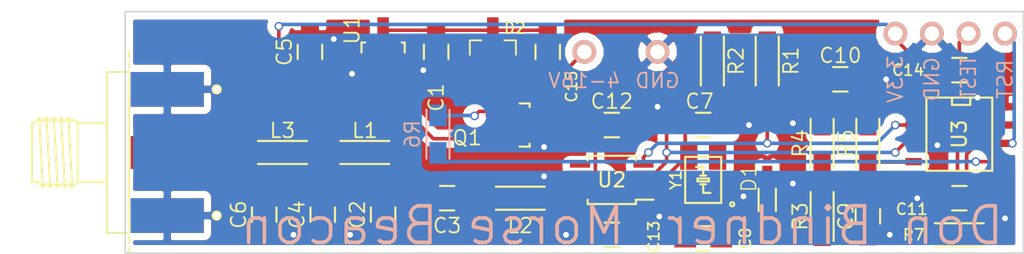
<source format=kicad_pcb>
(kicad_pcb (version 4) (host pcbnew 0.201510251816+6278~30~ubuntu14.04.1-product)

  (general
    (links 71)
    (no_connects 0)
    (area 96.3073 82.608809 169.3447 100.605001)
    (thickness 1.6)
    (drawings 6)
    (tracks 214)
    (zones 0)
    (modules 39)
    (nets 25)
  )

  (page A4)
  (layers
    (0 F.Cu signal)
    (31 B.Cu signal)
    (32 B.Adhes user)
    (33 F.Adhes user)
    (34 B.Paste user)
    (35 F.Paste user)
    (36 B.SilkS user)
    (37 F.SilkS user)
    (38 B.Mask user)
    (39 F.Mask user)
    (40 Dwgs.User user)
    (41 Cmts.User user)
    (42 Eco1.User user)
    (43 Eco2.User user)
    (44 Edge.Cuts user)
    (45 Margin user)
    (46 B.CrtYd user)
    (47 F.CrtYd user)
    (48 B.Fab user)
    (49 F.Fab user)
  )

  (setup
    (last_trace_width 0.25)
    (trace_clearance 0.2)
    (zone_clearance 0.508)
    (zone_45_only no)
    (trace_min 0.2)
    (segment_width 0.2)
    (edge_width 0.1)
    (via_size 0.6)
    (via_drill 0.4)
    (via_min_size 0.4)
    (via_min_drill 0.3)
    (uvia_size 0.3)
    (uvia_drill 0.1)
    (uvias_allowed no)
    (uvia_min_size 0)
    (uvia_min_drill 0)
    (pcb_text_width 0.3)
    (pcb_text_size 1.5 1.5)
    (mod_edge_width 0.15)
    (mod_text_size 1 1)
    (mod_text_width 0.15)
    (pad_size 1.5 1.5)
    (pad_drill 0.6)
    (pad_to_mask_clearance 0)
    (aux_axis_origin 0 0)
    (visible_elements 7FFFEFFF)
    (pcbplotparams
      (layerselection 0x010fc_80000001)
      (usegerberextensions false)
      (excludeedgelayer true)
      (linewidth 0.100000)
      (plotframeref false)
      (viasonmask false)
      (mode 1)
      (useauxorigin false)
      (hpglpennumber 1)
      (hpglpenspeed 20)
      (hpglpendiameter 15)
      (hpglpenoverlay 2)
      (psnegative false)
      (psa4output false)
      (plotreference true)
      (plotvalue true)
      (plotinvisibletext false)
      (padsonsilk false)
      (subtractmaskfromsilk false)
      (outputformat 1)
      (mirror false)
      (drillshape 0)
      (scaleselection 1)
      (outputdirectory gerbers/))
  )

  (net 0 "")
  (net 1 GND)
  (net 2 +9V)
  (net 3 "Net-(C2-Pad2)")
  (net 4 "Net-(C3-Pad1)")
  (net 5 "Net-(C4-Pad2)")
  (net 6 +3V3)
  (net 7 "Net-(C6-Pad2)")
  (net 8 "Net-(C8-Pad1)")
  (net 9 "Net-(C8-Pad2)")
  (net 10 "Net-(C9-Pad2)")
  (net 11 "Net-(C10-Pad2)")
  (net 12 RST)
  (net 13 VDD)
  (net 14 "Net-(L2-Pad2)")
  (net 15 TEST)
  (net 16 "Net-(Q1-Pad1)")
  (net 17 "Net-(R1-Pad2)")
  (net 18 "Net-(R2-Pad2)")
  (net 19 "Net-(R5-Pad2)")
  (net 20 "Net-(R6-Pad2)")
  (net 21 "Net-(U2-Pad6)")
  (net 22 "Net-(Y1-Pad3)")
  (net 23 "Net-(C7-Pad1)")
  (net 24 "Net-(C1-Pad2)")

  (net_class Default "This is the default net class."
    (clearance 0.2)
    (trace_width 0.25)
    (via_dia 0.6)
    (via_drill 0.4)
    (uvia_dia 0.3)
    (uvia_drill 0.1)
    (add_net +3V3)
    (add_net +9V)
    (add_net GND)
    (add_net "Net-(C1-Pad2)")
    (add_net "Net-(C10-Pad2)")
    (add_net "Net-(C7-Pad1)")
    (add_net "Net-(C8-Pad1)")
    (add_net "Net-(C8-Pad2)")
    (add_net "Net-(C9-Pad2)")
    (add_net "Net-(L2-Pad2)")
    (add_net "Net-(Q1-Pad1)")
    (add_net "Net-(R1-Pad2)")
    (add_net "Net-(R2-Pad2)")
    (add_net "Net-(R5-Pad2)")
    (add_net "Net-(R6-Pad2)")
    (add_net "Net-(U2-Pad6)")
    (add_net "Net-(Y1-Pad3)")
    (add_net RST)
    (add_net TEST)
    (add_net VDD)
  )

  (net_class 50ohm ""
    (clearance 0.1524)
    (trace_width 0.7874)
    (via_dia 0.6)
    (via_drill 0.4)
    (uvia_dia 0.3)
    (uvia_drill 0.1)
    (add_net "Net-(C2-Pad2)")
    (add_net "Net-(C3-Pad1)")
    (add_net "Net-(C4-Pad2)")
    (add_net "Net-(C6-Pad2)")
  )

  (module DonB:C_0805_HandSoldering (layer F.Cu) (tedit 55C2E250) (tstamp 559BFBD4)
    (at 126.873 86.36 90)
    (descr "Capacitor SMD 0805, hand soldering")
    (tags "capacitor 0805")
    (path /559B91F5)
    (attr smd)
    (fp_text reference C1 (at -3.175 0 90) (layer F.SilkS)
      (effects (font (size 1.016 1.016) (thickness 0.127)))
    )
    (fp_text value 1uF (at 0 0.127 90) (layer F.Fab) hide
      (effects (font (size 1.016 1.016) (thickness 0.127)))
    )
    (fp_line (start -2.3 -1) (end 2.3 -1) (layer F.CrtYd) (width 0.05))
    (fp_line (start -2.3 1) (end 2.3 1) (layer F.CrtYd) (width 0.05))
    (fp_line (start -2.3 -1) (end -2.3 1) (layer F.CrtYd) (width 0.05))
    (fp_line (start 2.3 -1) (end 2.3 1) (layer F.CrtYd) (width 0.05))
    (fp_line (start 0.5 -0.85) (end -0.5 -0.85) (layer F.SilkS) (width 0.15))
    (fp_line (start -0.5 0.85) (end 0.5 0.85) (layer F.SilkS) (width 0.15))
    (pad 1 smd rect (at -1.25 0 90) (size 1.5 1.25) (layers F.Cu F.Paste F.Mask)
      (net 1 GND))
    (pad 2 smd rect (at 1.25 0 90) (size 1.5 1.25) (layers F.Cu F.Paste F.Mask)
      (net 24 "Net-(C1-Pad2)"))
    (model Capacitors_SMD.3dshapes/C_0805_HandSoldering.wrl
      (at (xyz 0 0 0))
      (scale (xyz 1 1 1))
      (rotate (xyz 0 0 0))
    )
  )

  (module DonB:C_0805_HandSoldering (layer F.Cu) (tedit 559C2A21) (tstamp 559BFBE0)
    (at 123.19 97.663 90)
    (descr "Capacitor SMD 0805, hand soldering")
    (tags "capacitor 0805")
    (path /559B8032)
    (attr smd)
    (fp_text reference C2 (at 0 -1.778 90) (layer F.SilkS)
      (effects (font (size 1.016 1.016) (thickness 0.127)))
    )
    (fp_text value 22pF (at 0 2.1 90) (layer F.Fab)
      (effects (font (size 1.016 1.016) (thickness 0.127)))
    )
    (fp_line (start -2.3 -1) (end 2.3 -1) (layer F.CrtYd) (width 0.05))
    (fp_line (start -2.3 1) (end 2.3 1) (layer F.CrtYd) (width 0.05))
    (fp_line (start -2.3 -1) (end -2.3 1) (layer F.CrtYd) (width 0.05))
    (fp_line (start 2.3 -1) (end 2.3 1) (layer F.CrtYd) (width 0.05))
    (fp_line (start 0.5 -0.85) (end -0.5 -0.85) (layer F.SilkS) (width 0.15))
    (fp_line (start -0.5 0.85) (end 0.5 0.85) (layer F.SilkS) (width 0.15))
    (pad 1 smd rect (at -1.25 0 90) (size 1.5 1.25) (layers F.Cu F.Paste F.Mask)
      (net 1 GND))
    (pad 2 smd rect (at 1.25 0 90) (size 1.5 1.25) (layers F.Cu F.Paste F.Mask)
      (net 3 "Net-(C2-Pad2)"))
    (model Capacitors_SMD.3dshapes/C_0805_HandSoldering.wrl
      (at (xyz 0 0 0))
      (scale (xyz 1 1 1))
      (rotate (xyz 0 0 0))
    )
  )

  (module DonB:C_0805_HandSoldering (layer F.Cu) (tedit 559C2A34) (tstamp 559BFBEC)
    (at 127.635 96.52 180)
    (descr "Capacitor SMD 0805, hand soldering")
    (tags "capacitor 0805")
    (path /559B77AF)
    (attr smd)
    (fp_text reference C3 (at 0 -1.905 180) (layer F.SilkS)
      (effects (font (size 1.016 1.016) (thickness 0.127)))
    )
    (fp_text value 12pF (at 0 0 180) (layer F.Fab)
      (effects (font (size 1.016 1.016) (thickness 0.127)))
    )
    (fp_line (start -2.3 -1) (end 2.3 -1) (layer F.CrtYd) (width 0.05))
    (fp_line (start -2.3 1) (end 2.3 1) (layer F.CrtYd) (width 0.05))
    (fp_line (start -2.3 -1) (end -2.3 1) (layer F.CrtYd) (width 0.05))
    (fp_line (start 2.3 -1) (end 2.3 1) (layer F.CrtYd) (width 0.05))
    (fp_line (start 0.5 -0.85) (end -0.5 -0.85) (layer F.SilkS) (width 0.15))
    (fp_line (start -0.5 0.85) (end 0.5 0.85) (layer F.SilkS) (width 0.15))
    (pad 1 smd rect (at -1.25 0 180) (size 1.5 1.25) (layers F.Cu F.Paste F.Mask)
      (net 4 "Net-(C3-Pad1)"))
    (pad 2 smd rect (at 1.25 0 180) (size 1.5 1.25) (layers F.Cu F.Paste F.Mask)
      (net 3 "Net-(C2-Pad2)"))
    (model Capacitors_SMD.3dshapes/C_0805_HandSoldering.wrl
      (at (xyz 0 0 0))
      (scale (xyz 1 1 1))
      (rotate (xyz 0 0 0))
    )
  )

  (module DonB:C_0805_HandSoldering (layer F.Cu) (tedit 559C2A16) (tstamp 559BFBF8)
    (at 118.999 97.663 90)
    (descr "Capacitor SMD 0805, hand soldering")
    (tags "capacitor 0805")
    (path /559B81E6)
    (attr smd)
    (fp_text reference C4 (at 0 -1.778 90) (layer F.SilkS)
      (effects (font (size 1.016 1.016) (thickness 0.127)))
    )
    (fp_text value 39pF (at 0 2.1 90) (layer F.Fab)
      (effects (font (size 1.016 1.016) (thickness 0.127)))
    )
    (fp_line (start -2.3 -1) (end 2.3 -1) (layer F.CrtYd) (width 0.05))
    (fp_line (start -2.3 1) (end 2.3 1) (layer F.CrtYd) (width 0.05))
    (fp_line (start -2.3 -1) (end -2.3 1) (layer F.CrtYd) (width 0.05))
    (fp_line (start 2.3 -1) (end 2.3 1) (layer F.CrtYd) (width 0.05))
    (fp_line (start 0.5 -0.85) (end -0.5 -0.85) (layer F.SilkS) (width 0.15))
    (fp_line (start -0.5 0.85) (end 0.5 0.85) (layer F.SilkS) (width 0.15))
    (pad 1 smd rect (at -1.25 0 90) (size 1.5 1.25) (layers F.Cu F.Paste F.Mask)
      (net 1 GND))
    (pad 2 smd rect (at 1.25 0 90) (size 1.5 1.25) (layers F.Cu F.Paste F.Mask)
      (net 5 "Net-(C4-Pad2)"))
    (model Capacitors_SMD.3dshapes/C_0805_HandSoldering.wrl
      (at (xyz 0 0 0))
      (scale (xyz 1 1 1))
      (rotate (xyz 0 0 0))
    )
  )

  (module DonB:C_0805_HandSoldering (layer F.Cu) (tedit 55C2E115) (tstamp 559BFC04)
    (at 118.11 86.36 270)
    (descr "Capacitor SMD 0805, hand soldering")
    (tags "capacitor 0805")
    (path /559B9438)
    (attr smd)
    (fp_text reference C5 (at 0 1.778 270) (layer F.SilkS)
      (effects (font (size 1.016 1.016) (thickness 0.127)))
    )
    (fp_text value 1uF (at 0 2.1 270) (layer F.Fab) hide
      (effects (font (size 1.016 1.016) (thickness 0.127)))
    )
    (fp_line (start -2.3 -1) (end 2.3 -1) (layer F.CrtYd) (width 0.05))
    (fp_line (start -2.3 1) (end 2.3 1) (layer F.CrtYd) (width 0.05))
    (fp_line (start -2.3 -1) (end -2.3 1) (layer F.CrtYd) (width 0.05))
    (fp_line (start 2.3 -1) (end 2.3 1) (layer F.CrtYd) (width 0.05))
    (fp_line (start 0.5 -0.85) (end -0.5 -0.85) (layer F.SilkS) (width 0.15))
    (fp_line (start -0.5 0.85) (end 0.5 0.85) (layer F.SilkS) (width 0.15))
    (pad 1 smd rect (at -1.25 0 270) (size 1.5 1.25) (layers F.Cu F.Paste F.Mask)
      (net 1 GND))
    (pad 2 smd rect (at 1.25 0 270) (size 1.5 1.25) (layers F.Cu F.Paste F.Mask)
      (net 6 +3V3))
    (model Capacitors_SMD.3dshapes/C_0805_HandSoldering.wrl
      (at (xyz 0 0 0))
      (scale (xyz 1 1 1))
      (rotate (xyz 0 0 0))
    )
  )

  (module DonB:C_0805_HandSoldering (layer F.Cu) (tedit 559C2A0E) (tstamp 559BFC10)
    (at 114.935 97.663 90)
    (descr "Capacitor SMD 0805, hand soldering")
    (tags "capacitor 0805")
    (path /559B8159)
    (attr smd)
    (fp_text reference C6 (at 0 -1.778 90) (layer F.SilkS)
      (effects (font (size 1.016 1.016) (thickness 0.127)))
    )
    (fp_text value 22pF (at 0 2.1 90) (layer F.Fab)
      (effects (font (size 1.016 1.016) (thickness 0.127)))
    )
    (fp_line (start -2.3 -1) (end 2.3 -1) (layer F.CrtYd) (width 0.05))
    (fp_line (start -2.3 1) (end 2.3 1) (layer F.CrtYd) (width 0.05))
    (fp_line (start -2.3 -1) (end -2.3 1) (layer F.CrtYd) (width 0.05))
    (fp_line (start 2.3 -1) (end 2.3 1) (layer F.CrtYd) (width 0.05))
    (fp_line (start 0.5 -0.85) (end -0.5 -0.85) (layer F.SilkS) (width 0.15))
    (fp_line (start -0.5 0.85) (end 0.5 0.85) (layer F.SilkS) (width 0.15))
    (pad 1 smd rect (at -1.25 0 90) (size 1.5 1.25) (layers F.Cu F.Paste F.Mask)
      (net 1 GND))
    (pad 2 smd rect (at 1.25 0 90) (size 1.5 1.25) (layers F.Cu F.Paste F.Mask)
      (net 7 "Net-(C6-Pad2)"))
    (model Capacitors_SMD.3dshapes/C_0805_HandSoldering.wrl
      (at (xyz 0 0 0))
      (scale (xyz 1 1 1))
      (rotate (xyz 0 0 0))
    )
  )

  (module DonB:C_0805_HandSoldering (layer F.Cu) (tedit 559C2BF4) (tstamp 559BFC1C)
    (at 145.415 91.44)
    (descr "Capacitor SMD 0805, hand soldering")
    (tags "capacitor 0805")
    (path /559B4BAE)
    (attr smd)
    (fp_text reference C7 (at -0.254 -1.651) (layer F.SilkS)
      (effects (font (size 1.016 1.016) (thickness 0.127)))
    )
    (fp_text value 20pF (at 0 0) (layer F.Fab)
      (effects (font (size 1.016 1.016) (thickness 0.127)))
    )
    (fp_line (start -2.3 -1) (end 2.3 -1) (layer F.CrtYd) (width 0.05))
    (fp_line (start -2.3 1) (end 2.3 1) (layer F.CrtYd) (width 0.05))
    (fp_line (start -2.3 -1) (end -2.3 1) (layer F.CrtYd) (width 0.05))
    (fp_line (start 2.3 -1) (end 2.3 1) (layer F.CrtYd) (width 0.05))
    (fp_line (start 0.5 -0.85) (end -0.5 -0.85) (layer F.SilkS) (width 0.15))
    (fp_line (start -0.5 0.85) (end 0.5 0.85) (layer F.SilkS) (width 0.15))
    (pad 1 smd rect (at -1.25 0) (size 1.5 1.25) (layers F.Cu F.Paste F.Mask)
      (net 23 "Net-(C7-Pad1)"))
    (pad 2 smd rect (at 1.25 0) (size 1.5 1.25) (layers F.Cu F.Paste F.Mask)
      (net 1 GND))
    (model Capacitors_SMD.3dshapes/C_0805_HandSoldering.wrl
      (at (xyz 0 0 0))
      (scale (xyz 1 1 1))
      (rotate (xyz 0 0 0))
    )
  )

  (module DonB:C_0805_HandSoldering (layer F.Cu) (tedit 559C2CA3) (tstamp 559BFC28)
    (at 145.415 99.314 180)
    (descr "Capacitor SMD 0805, hand soldering")
    (tags "capacitor 0805")
    (path /559B48F2)
    (attr smd)
    (fp_text reference C8 (at -2.921 0 270) (layer F.SilkS)
      (effects (font (size 0.762 0.762) (thickness 0.127)))
    )
    (fp_text value 1nF (at 0 0 180) (layer F.Fab)
      (effects (font (size 1.016 1.016) (thickness 0.127)))
    )
    (fp_line (start -2.3 -1) (end 2.3 -1) (layer F.CrtYd) (width 0.05))
    (fp_line (start -2.3 1) (end 2.3 1) (layer F.CrtYd) (width 0.05))
    (fp_line (start -2.3 -1) (end -2.3 1) (layer F.CrtYd) (width 0.05))
    (fp_line (start 2.3 -1) (end 2.3 1) (layer F.CrtYd) (width 0.05))
    (fp_line (start 0.5 -0.85) (end -0.5 -0.85) (layer F.SilkS) (width 0.15))
    (fp_line (start -0.5 0.85) (end 0.5 0.85) (layer F.SilkS) (width 0.15))
    (pad 1 smd rect (at -1.25 0 180) (size 1.5 1.25) (layers F.Cu F.Paste F.Mask)
      (net 8 "Net-(C8-Pad1)"))
    (pad 2 smd rect (at 1.25 0 180) (size 1.5 1.25) (layers F.Cu F.Paste F.Mask)
      (net 9 "Net-(C8-Pad2)"))
    (model Capacitors_SMD.3dshapes/C_0805_HandSoldering.wrl
      (at (xyz 0 0 0))
      (scale (xyz 1 1 1))
      (rotate (xyz 0 0 0))
    )
  )

  (module DonB:C_0805_HandSoldering (layer F.Cu) (tedit 559C2AD5) (tstamp 559BFC34)
    (at 156.845 97.79 90)
    (descr "Capacitor SMD 0805, hand soldering")
    (tags "capacitor 0805")
    (path /559B462B)
    (attr smd)
    (fp_text reference C9 (at 0 -1.524 90) (layer F.SilkS)
      (effects (font (size 1.016 1.016) (thickness 0.127)))
    )
    (fp_text value 330nF (at 0 2.1 90) (layer F.Fab)
      (effects (font (size 1.016 1.016) (thickness 0.127)))
    )
    (fp_line (start -2.3 -1) (end 2.3 -1) (layer F.CrtYd) (width 0.05))
    (fp_line (start -2.3 1) (end 2.3 1) (layer F.CrtYd) (width 0.05))
    (fp_line (start -2.3 -1) (end -2.3 1) (layer F.CrtYd) (width 0.05))
    (fp_line (start 2.3 -1) (end 2.3 1) (layer F.CrtYd) (width 0.05))
    (fp_line (start 0.5 -0.85) (end -0.5 -0.85) (layer F.SilkS) (width 0.15))
    (fp_line (start -0.5 0.85) (end 0.5 0.85) (layer F.SilkS) (width 0.15))
    (pad 1 smd rect (at -1.25 0 90) (size 1.5 1.25) (layers F.Cu F.Paste F.Mask)
      (net 1 GND))
    (pad 2 smd rect (at 1.25 0 90) (size 1.5 1.25) (layers F.Cu F.Paste F.Mask)
      (net 10 "Net-(C9-Pad2)"))
    (model Capacitors_SMD.3dshapes/C_0805_HandSoldering.wrl
      (at (xyz 0 0 0))
      (scale (xyz 1 1 1))
      (rotate (xyz 0 0 0))
    )
  )

  (module DonB:C_0805_HandSoldering (layer F.Cu) (tedit 559C2C2A) (tstamp 559BFC40)
    (at 154.94 88.265 180)
    (descr "Capacitor SMD 0805, hand soldering")
    (tags "capacitor 0805")
    (path /559B45AB)
    (attr smd)
    (fp_text reference C10 (at 0 1.651 180) (layer F.SilkS)
      (effects (font (size 1.016 1.016) (thickness 0.127)))
    )
    (fp_text value 470nF (at 0 2.1 180) (layer F.Fab)
      (effects (font (size 1.016 1.016) (thickness 0.127)))
    )
    (fp_line (start -2.3 -1) (end 2.3 -1) (layer F.CrtYd) (width 0.05))
    (fp_line (start -2.3 1) (end 2.3 1) (layer F.CrtYd) (width 0.05))
    (fp_line (start -2.3 -1) (end -2.3 1) (layer F.CrtYd) (width 0.05))
    (fp_line (start 2.3 -1) (end 2.3 1) (layer F.CrtYd) (width 0.05))
    (fp_line (start 0.5 -0.85) (end -0.5 -0.85) (layer F.SilkS) (width 0.15))
    (fp_line (start -0.5 0.85) (end 0.5 0.85) (layer F.SilkS) (width 0.15))
    (pad 1 smd rect (at -1.25 0 180) (size 1.5 1.25) (layers F.Cu F.Paste F.Mask)
      (net 1 GND))
    (pad 2 smd rect (at 1.25 0 180) (size 1.5 1.25) (layers F.Cu F.Paste F.Mask)
      (net 11 "Net-(C10-Pad2)"))
    (model Capacitors_SMD.3dshapes/C_0805_HandSoldering.wrl
      (at (xyz 0 0 0))
      (scale (xyz 1 1 1))
      (rotate (xyz 0 0 0))
    )
  )

  (module DonB:C_0805_HandSoldering (layer F.Cu) (tedit 559C2D3A) (tstamp 559BFC4C)
    (at 163.195 96.52 180)
    (descr "Capacitor SMD 0805, hand soldering")
    (tags "capacitor 0805")
    (path /559B6560)
    (attr smd)
    (fp_text reference C11 (at 3.302 -0.762 180) (layer F.SilkS)
      (effects (font (size 0.762 0.762) (thickness 0.127)))
    )
    (fp_text value 1nF (at 0 0 180) (layer F.Fab)
      (effects (font (size 1.016 1.016) (thickness 0.127)))
    )
    (fp_line (start -2.3 -1) (end 2.3 -1) (layer F.CrtYd) (width 0.05))
    (fp_line (start -2.3 1) (end 2.3 1) (layer F.CrtYd) (width 0.05))
    (fp_line (start -2.3 -1) (end -2.3 1) (layer F.CrtYd) (width 0.05))
    (fp_line (start 2.3 -1) (end 2.3 1) (layer F.CrtYd) (width 0.05))
    (fp_line (start 0.5 -0.85) (end -0.5 -0.85) (layer F.SilkS) (width 0.15))
    (fp_line (start -0.5 0.85) (end 0.5 0.85) (layer F.SilkS) (width 0.15))
    (pad 1 smd rect (at -1.25 0 180) (size 1.5 1.25) (layers F.Cu F.Paste F.Mask)
      (net 12 RST))
    (pad 2 smd rect (at 1.25 0 180) (size 1.5 1.25) (layers F.Cu F.Paste F.Mask)
      (net 1 GND))
    (model Capacitors_SMD.3dshapes/C_0805_HandSoldering.wrl
      (at (xyz 0 0 0))
      (scale (xyz 1 1 1))
      (rotate (xyz 0 0 0))
    )
  )

  (module DonB:C_0805_HandSoldering (layer F.Cu) (tedit 559C2BED) (tstamp 559BFC58)
    (at 139.065 91.44 180)
    (descr "Capacitor SMD 0805, hand soldering")
    (tags "capacitor 0805")
    (path /559C0786)
    (attr smd)
    (fp_text reference C12 (at 0 1.651 180) (layer F.SilkS)
      (effects (font (size 1.016 1.016) (thickness 0.127)))
    )
    (fp_text value 100nF (at 0 0 180) (layer F.Fab)
      (effects (font (size 1.016 1.016) (thickness 0.127)))
    )
    (fp_line (start -2.3 -1) (end 2.3 -1) (layer F.CrtYd) (width 0.05))
    (fp_line (start -2.3 1) (end 2.3 1) (layer F.CrtYd) (width 0.05))
    (fp_line (start -2.3 -1) (end -2.3 1) (layer F.CrtYd) (width 0.05))
    (fp_line (start 2.3 -1) (end 2.3 1) (layer F.CrtYd) (width 0.05))
    (fp_line (start 0.5 -0.85) (end -0.5 -0.85) (layer F.SilkS) (width 0.15))
    (fp_line (start -0.5 0.85) (end 0.5 0.85) (layer F.SilkS) (width 0.15))
    (pad 1 smd rect (at -1.25 0 180) (size 1.5 1.25) (layers F.Cu F.Paste F.Mask)
      (net 1 GND))
    (pad 2 smd rect (at 1.25 0 180) (size 1.5 1.25) (layers F.Cu F.Paste F.Mask)
      (net 13 VDD))
    (model Capacitors_SMD.3dshapes/C_0805_HandSoldering.wrl
      (at (xyz 0 0 0))
      (scale (xyz 1 1 1))
      (rotate (xyz 0 0 0))
    )
  )

  (module DonB:C_0805_HandSoldering (layer F.Cu) (tedit 559C2C9A) (tstamp 559BFC64)
    (at 139.065 99.06 180)
    (descr "Capacitor SMD 0805, hand soldering")
    (tags "capacitor 0805")
    (path /559BFFEC)
    (attr smd)
    (fp_text reference C13 (at -2.921 -0.127 270) (layer F.SilkS)
      (effects (font (size 0.762 0.762) (thickness 0.127)))
    )
    (fp_text value 100nF (at 0 0 180) (layer F.Fab)
      (effects (font (size 1.016 1.016) (thickness 0.127)))
    )
    (fp_line (start -2.3 -1) (end 2.3 -1) (layer F.CrtYd) (width 0.05))
    (fp_line (start -2.3 1) (end 2.3 1) (layer F.CrtYd) (width 0.05))
    (fp_line (start -2.3 -1) (end -2.3 1) (layer F.CrtYd) (width 0.05))
    (fp_line (start 2.3 -1) (end 2.3 1) (layer F.CrtYd) (width 0.05))
    (fp_line (start 0.5 -0.85) (end -0.5 -0.85) (layer F.SilkS) (width 0.15))
    (fp_line (start -0.5 0.85) (end 0.5 0.85) (layer F.SilkS) (width 0.15))
    (pad 1 smd rect (at -1.25 0 180) (size 1.5 1.25) (layers F.Cu F.Paste F.Mask)
      (net 13 VDD))
    (pad 2 smd rect (at 1.25 0 180) (size 1.5 1.25) (layers F.Cu F.Paste F.Mask)
      (net 1 GND))
    (model Capacitors_SMD.3dshapes/C_0805_HandSoldering.wrl
      (at (xyz 0 0 0))
      (scale (xyz 1 1 1))
      (rotate (xyz 0 0 0))
    )
  )

  (module DonB:C_0805_HandSoldering (layer F.Cu) (tedit 559C301E) (tstamp 559BFC70)
    (at 163.195 87.63 180)
    (descr "Capacitor SMD 0805, hand soldering")
    (tags "capacitor 0805")
    (path /559BFBF5)
    (attr smd)
    (fp_text reference C14 (at 3.556 0 180) (layer F.SilkS)
      (effects (font (size 0.762 0.762) (thickness 0.127)))
    )
    (fp_text value 100nF (at 0 0 180) (layer F.Fab)
      (effects (font (size 1.016 1.016) (thickness 0.127)))
    )
    (fp_line (start -2.3 -1) (end 2.3 -1) (layer F.CrtYd) (width 0.05))
    (fp_line (start -2.3 1) (end 2.3 1) (layer F.CrtYd) (width 0.05))
    (fp_line (start -2.3 -1) (end -2.3 1) (layer F.CrtYd) (width 0.05))
    (fp_line (start 2.3 -1) (end 2.3 1) (layer F.CrtYd) (width 0.05))
    (fp_line (start 0.5 -0.85) (end -0.5 -0.85) (layer F.SilkS) (width 0.15))
    (fp_line (start -0.5 0.85) (end 0.5 0.85) (layer F.SilkS) (width 0.15))
    (pad 1 smd rect (at -1.25 0 180) (size 1.5 1.25) (layers F.Cu F.Paste F.Mask)
      (net 1 GND))
    (pad 2 smd rect (at 1.25 0 180) (size 1.5 1.25) (layers F.Cu F.Paste F.Mask)
      (net 6 +3V3))
    (model Capacitors_SMD.3dshapes/C_0805_HandSoldering.wrl
      (at (xyz 0 0 0))
      (scale (xyz 1 1 1))
      (rotate (xyz 0 0 0))
    )
  )

  (module DonB:R_0805_HandSoldering (layer F.Cu) (tedit 559C2A05) (tstamp 559BFC84)
    (at 121.92 93.345 180)
    (descr "Resistor, SMD, 0805, Hand soldering,")
    (tags "Resistor, SMD, 0805, Hand soldering,")
    (path /559B7EC6)
    (attr smd)
    (fp_text reference L1 (at 0 1.524 180) (layer F.SilkS)
      (effects (font (size 1.016 1.016) (thickness 0.127)))
    )
    (fp_text value 68nH (at -0.08 1.524 180) (layer F.SilkS) hide
      (effects (font (size 1.016 1.016) (thickness 0.127)))
    )
    (fp_line (start -1.7 0.8) (end 1.7 0.8) (layer F.SilkS) (width 0.15))
    (fp_line (start -1.7 -0.8) (end 1.7 -0.8) (layer F.SilkS) (width 0.15))
    (fp_circle (center 0 0) (end 0.15 0) (layer F.Adhes) (width 0.3))
    (pad 1 smd rect (at -1.30048 0 180) (size 1.50114 1.19888) (layers F.Cu F.Paste F.Mask)
      (net 3 "Net-(C2-Pad2)"))
    (pad 2 smd rect (at 1.30048 0 180) (size 1.50114 1.19888) (layers F.Cu F.Paste F.Mask)
      (net 5 "Net-(C4-Pad2)"))
    (model smd/resistors/R0805/R0805.wrl
      (at (xyz 0 0 0))
      (scale (xyz 0.4 0.4 0.4))
      (rotate (xyz 0 0 0))
    )
  )

  (module DonB:R_0805_HandSoldering (layer F.Cu) (tedit 559C2F11) (tstamp 559BFC8D)
    (at 132.715 96.52)
    (descr "Resistor, SMD, 0805, Hand soldering,")
    (tags "Resistor, SMD, 0805, Hand soldering,")
    (path /559B7975)
    (attr smd)
    (fp_text reference L2 (at 0 1.905) (layer F.SilkS)
      (effects (font (size 1.016 1.016) (thickness 0.127)))
    )
    (fp_text value 100nH (at 0 0) (layer F.SilkS) hide
      (effects (font (size 1.016 1.016) (thickness 0.127)))
    )
    (fp_line (start -1.7 0.8) (end 1.7 0.8) (layer F.SilkS) (width 0.15))
    (fp_line (start -1.7 -0.8) (end 1.7 -0.8) (layer F.SilkS) (width 0.15))
    (fp_circle (center 0 0) (end 0.15 0) (layer F.Adhes) (width 0.3))
    (pad 1 smd rect (at -1.30048 0) (size 1.50114 1.19888) (layers F.Cu F.Paste F.Mask)
      (net 4 "Net-(C3-Pad1)"))
    (pad 2 smd rect (at 1.30048 0) (size 1.50114 1.19888) (layers F.Cu F.Paste F.Mask)
      (net 14 "Net-(L2-Pad2)"))
    (model smd/resistors/R0805/R0805.wrl
      (at (xyz 0 0 0))
      (scale (xyz 0.4 0.4 0.4))
      (rotate (xyz 0 0 0))
    )
  )

  (module DonB:R_0805_HandSoldering (layer F.Cu) (tedit 559C29F9) (tstamp 559BFC96)
    (at 116.205 93.345 180)
    (descr "Resistor, SMD, 0805, Hand soldering,")
    (tags "Resistor, SMD, 0805, Hand soldering,")
    (path /559B7FB9)
    (attr smd)
    (fp_text reference L3 (at 0 1.524 180) (layer F.SilkS)
      (effects (font (size 1.016 1.016) (thickness 0.127)))
    )
    (fp_text value 68nH (at -0.08 1.524 180) (layer F.SilkS) hide
      (effects (font (size 1.016 1.016) (thickness 0.127)))
    )
    (fp_line (start -1.7 0.8) (end 1.7 0.8) (layer F.SilkS) (width 0.15))
    (fp_line (start -1.7 -0.8) (end 1.7 -0.8) (layer F.SilkS) (width 0.15))
    (fp_circle (center 0 0) (end 0.15 0) (layer F.Adhes) (width 0.3))
    (pad 1 smd rect (at -1.30048 0 180) (size 1.50114 1.19888) (layers F.Cu F.Paste F.Mask)
      (net 5 "Net-(C4-Pad2)"))
    (pad 2 smd rect (at 1.30048 0 180) (size 1.50114 1.19888) (layers F.Cu F.Paste F.Mask)
      (net 7 "Net-(C6-Pad2)"))
    (model smd/resistors/R0805/R0805.wrl
      (at (xyz 0 0 0))
      (scale (xyz 0.4 0.4 0.4))
      (rotate (xyz 0 0 0))
    )
  )

  (module DonB:TESTPIN (layer B.Cu) (tedit 544326E2) (tstamp 559BFC9B)
    (at 137.16 86.36 180)
    (path /559BBD02)
    (fp_text reference P1 (at 0 2 180) (layer B.SilkS) hide
      (effects (font (size 1.016 1.016) (thickness 0.127)) (justify mirror))
    )
    (fp_text value 4-16V (at 0 -2 180) (layer B.SilkS)
      (effects (font (size 1.016 1.016) (thickness 0.127)) (justify mirror))
    )
    (pad 1 thru_hole circle (at 0 0 180) (size 1.651 1.651) (drill 1.016) (layers *.Cu *.Mask B.SilkS)
      (net 2 +9V))
  )

  (module DonB:TESTPIN (layer B.Cu) (tedit 544326E2) (tstamp 559BFCA0)
    (at 142.24 86.36 180)
    (path /559BB938)
    (fp_text reference P2 (at 0 2 180) (layer B.SilkS) hide
      (effects (font (size 1.016 1.016) (thickness 0.127)) (justify mirror))
    )
    (fp_text value GND (at 0 -2 180) (layer B.SilkS)
      (effects (font (size 1.016 1.016) (thickness 0.127)) (justify mirror))
    )
    (pad 1 thru_hole circle (at 0 0 180) (size 1.651 1.651) (drill 1.016) (layers *.Cu *.Mask B.SilkS)
      (net 1 GND))
  )

  (module DonB:TESTPIN (layer B.Cu) (tedit 559BFC2F) (tstamp 559BFCDB)
    (at 158.75 85.09 90)
    (path /559BA77F)
    (fp_text reference P4 (at 0 2 90) (layer B.SilkS) hide
      (effects (font (size 1.016 1.016) (thickness 0.127)) (justify mirror))
    )
    (fp_text value 3.3V (at -3.175 0 90) (layer B.SilkS)
      (effects (font (size 1.016 1.016) (thickness 0.127)) (justify mirror))
    )
    (pad 1 thru_hole circle (at 0 0 90) (size 1.651 1.651) (drill 1.016) (layers *.Cu *.Mask B.SilkS)
      (net 6 +3V3))
  )

  (module DonB:TESTPIN (layer B.Cu) (tedit 559BFC34) (tstamp 559BFCE0)
    (at 161.29 85.09 90)
    (path /559BA805)
    (fp_text reference P5 (at 0 2 90) (layer B.SilkS) hide
      (effects (font (size 1.016 1.016) (thickness 0.127)) (justify mirror))
    )
    (fp_text value GND (at -3.175 0 90) (layer B.SilkS)
      (effects (font (size 1.016 1.016) (thickness 0.127)) (justify mirror))
    )
    (pad 1 thru_hole circle (at 0 0 90) (size 1.651 1.651) (drill 1.016) (layers *.Cu *.Mask B.SilkS)
      (net 1 GND))
  )

  (module DonB:TESTPIN (layer B.Cu) (tedit 559C10CB) (tstamp 559BFCE5)
    (at 163.83 85.09 90)
    (path /559BAB07)
    (fp_text reference P6 (at 0 2 90) (layer B.SilkS) hide
      (effects (font (size 1.016 1.016) (thickness 0.127)) (justify mirror))
    )
    (fp_text value TEST (at -3.048 0 90) (layer B.SilkS)
      (effects (font (size 1.016 0.889) (thickness 0.127)) (justify mirror))
    )
    (pad 1 thru_hole circle (at 0 0 90) (size 1.651 1.651) (drill 1.016) (layers *.Cu *.Mask B.SilkS)
      (net 15 TEST))
  )

  (module DonB:TESTPIN (layer B.Cu) (tedit 559BFC3B) (tstamp 559BFCEA)
    (at 166.37 85.09 90)
    (path /559BAB78)
    (fp_text reference P7 (at 0 2 90) (layer B.SilkS) hide
      (effects (font (size 1.016 1.016) (thickness 0.127)) (justify mirror))
    )
    (fp_text value RST (at -3.175 0 90) (layer B.SilkS)
      (effects (font (size 1.016 1.016) (thickness 0.127)) (justify mirror))
    )
    (pad 1 thru_hole circle (at 0 0 90) (size 1.651 1.651) (drill 1.016) (layers *.Cu *.Mask B.SilkS)
      (net 12 RST))
  )

  (module Housings_SOT-23_SOT-143_TSOT-6:SOT-23_Handsoldering (layer F.Cu) (tedit 559C2EB6) (tstamp 559BFCF5)
    (at 132.715 91.44 270)
    (descr "SOT-23, Handsoldering")
    (tags SOT-23)
    (path /559B3F0E)
    (attr smd)
    (fp_text reference Q1 (at 0.889 3.683 360) (layer F.SilkS)
      (effects (font (size 1.016 1.016) (thickness 0.127)))
    )
    (fp_text value BSS-223PW (at 0 3.81 270) (layer F.Fab)
      (effects (font (size 1 1) (thickness 0.15)))
    )
    (fp_line (start -1.49982 0.0508) (end -1.49982 -0.65024) (layer F.SilkS) (width 0.15))
    (fp_line (start -1.49982 -0.65024) (end -1.2509 -0.65024) (layer F.SilkS) (width 0.15))
    (fp_line (start 1.29916 -0.65024) (end 1.49982 -0.65024) (layer F.SilkS) (width 0.15))
    (fp_line (start 1.49982 -0.65024) (end 1.49982 0.0508) (layer F.SilkS) (width 0.15))
    (pad 1 smd rect (at -0.95 1.50114 270) (size 0.8001 1.80086) (layers F.Cu F.Paste F.Mask)
      (net 16 "Net-(Q1-Pad1)"))
    (pad 2 smd rect (at 0.95 1.50114 270) (size 0.8001 1.80086) (layers F.Cu F.Paste F.Mask)
      (net 6 +3V3))
    (pad 3 smd rect (at 0 -1.50114 270) (size 0.8001 1.80086) (layers F.Cu F.Paste F.Mask)
      (net 13 VDD))
    (model Housings_SOT-23_SOT-143_TSOT-6.3dshapes/SOT-23_Handsoldering.wrl
      (at (xyz 0 0 0))
      (scale (xyz 1 1 1))
      (rotate (xyz 0 0 0))
    )
  )

  (module DonB:R_0805_HandSoldering (layer F.Cu) (tedit 559C2C13) (tstamp 559BFCFE)
    (at 149.86 86.995 270)
    (descr "Resistor, SMD, 0805, Hand soldering,")
    (tags "Resistor, SMD, 0805, Hand soldering,")
    (path /559B6047)
    (attr smd)
    (fp_text reference R1 (at 0 -1.651 270) (layer F.SilkS)
      (effects (font (size 1.016 1.016) (thickness 0.127)))
    )
    (fp_text value 4.7K (at -0.08 1.524 270) (layer F.SilkS) hide
      (effects (font (size 1.016 1.016) (thickness 0.127)))
    )
    (fp_line (start -1.7 0.8) (end 1.7 0.8) (layer F.SilkS) (width 0.15))
    (fp_line (start -1.7 -0.8) (end 1.7 -0.8) (layer F.SilkS) (width 0.15))
    (fp_circle (center 0 0) (end 0.15 0) (layer F.Adhes) (width 0.3))
    (pad 1 smd rect (at -1.30048 0 270) (size 1.50114 1.19888) (layers F.Cu F.Paste F.Mask)
      (net 13 VDD))
    (pad 2 smd rect (at 1.30048 0 270) (size 1.50114 1.19888) (layers F.Cu F.Paste F.Mask)
      (net 17 "Net-(R1-Pad2)"))
    (model smd/resistors/R0805/R0805.wrl
      (at (xyz 0 0 0))
      (scale (xyz 0.4 0.4 0.4))
      (rotate (xyz 0 0 0))
    )
  )

  (module DonB:R_0805_HandSoldering (layer F.Cu) (tedit 559C2C10) (tstamp 559BFD07)
    (at 146.05 86.995 270)
    (descr "Resistor, SMD, 0805, Hand soldering,")
    (tags "Resistor, SMD, 0805, Hand soldering,")
    (path /559B5FA2)
    (attr smd)
    (fp_text reference R2 (at 0 -1.651 270) (layer F.SilkS)
      (effects (font (size 1.016 1.016) (thickness 0.127)))
    )
    (fp_text value 4.7K (at -0.08 1.524 270) (layer F.SilkS) hide
      (effects (font (size 1.016 1.016) (thickness 0.127)))
    )
    (fp_line (start -1.7 0.8) (end 1.7 0.8) (layer F.SilkS) (width 0.15))
    (fp_line (start -1.7 -0.8) (end 1.7 -0.8) (layer F.SilkS) (width 0.15))
    (fp_circle (center 0 0) (end 0.15 0) (layer F.Adhes) (width 0.3))
    (pad 1 smd rect (at -1.30048 0 270) (size 1.50114 1.19888) (layers F.Cu F.Paste F.Mask)
      (net 13 VDD))
    (pad 2 smd rect (at 1.30048 0 270) (size 1.50114 1.19888) (layers F.Cu F.Paste F.Mask)
      (net 18 "Net-(R2-Pad2)"))
    (model smd/resistors/R0805/R0805.wrl
      (at (xyz 0 0 0))
      (scale (xyz 0.4 0.4 0.4))
      (rotate (xyz 0 0 0))
    )
  )

  (module DonB:R_0805_HandSoldering (layer F.Cu) (tedit 559C2AD9) (tstamp 559BFD10)
    (at 153.67 97.79 90)
    (descr "Resistor, SMD, 0805, Hand soldering,")
    (tags "Resistor, SMD, 0805, Hand soldering,")
    (path /559B480C)
    (attr smd)
    (fp_text reference R3 (at 0 -1.524 90) (layer F.SilkS)
      (effects (font (size 1.016 1.016) (thickness 0.127)))
    )
    (fp_text value 100K (at -0.08 1.524 90) (layer F.SilkS) hide
      (effects (font (size 1.016 1.016) (thickness 0.127)))
    )
    (fp_line (start -1.7 0.8) (end 1.7 0.8) (layer F.SilkS) (width 0.15))
    (fp_line (start -1.7 -0.8) (end 1.7 -0.8) (layer F.SilkS) (width 0.15))
    (fp_circle (center 0 0) (end 0.15 0) (layer F.Adhes) (width 0.3))
    (pad 1 smd rect (at -1.30048 0 90) (size 1.50114 1.19888) (layers F.Cu F.Paste F.Mask)
      (net 8 "Net-(C8-Pad1)"))
    (pad 2 smd rect (at 1.30048 0 90) (size 1.50114 1.19888) (layers F.Cu F.Paste F.Mask)
      (net 10 "Net-(C9-Pad2)"))
    (model smd/resistors/R0805/R0805.wrl
      (at (xyz 0 0 0))
      (scale (xyz 0.4 0.4 0.4))
      (rotate (xyz 0 0 0))
    )
  )

  (module DonB:R_0805_HandSoldering (layer F.Cu) (tedit 559C2CCC) (tstamp 559BFD19)
    (at 153.67 92.71 90)
    (descr "Resistor, SMD, 0805, Hand soldering,")
    (tags "Resistor, SMD, 0805, Hand soldering,")
    (path /559B44BC)
    (attr smd)
    (fp_text reference R4 (at 0 -1.524 90) (layer F.SilkS)
      (effects (font (size 1.016 1.016) (thickness 0.127)))
    )
    (fp_text value 680R (at -0.08 1.524 90) (layer F.SilkS) hide
      (effects (font (size 1.016 1.016) (thickness 0.127)))
    )
    (fp_line (start -1.7 0.8) (end 1.7 0.8) (layer F.SilkS) (width 0.15))
    (fp_line (start -1.7 -0.8) (end 1.7 -0.8) (layer F.SilkS) (width 0.15))
    (fp_circle (center 0 0) (end 0.15 0) (layer F.Adhes) (width 0.3))
    (pad 1 smd rect (at -1.30048 0 90) (size 1.50114 1.19888) (layers F.Cu F.Paste F.Mask)
      (net 10 "Net-(C9-Pad2)"))
    (pad 2 smd rect (at 1.30048 0 90) (size 1.50114 1.19888) (layers F.Cu F.Paste F.Mask)
      (net 11 "Net-(C10-Pad2)"))
    (model smd/resistors/R0805/R0805.wrl
      (at (xyz 0 0 0))
      (scale (xyz 0.4 0.4 0.4))
      (rotate (xyz 0 0 0))
    )
  )

  (module DonB:R_0805_HandSoldering (layer F.Cu) (tedit 559C2CD0) (tstamp 559BFD22)
    (at 156.845 92.71 270)
    (descr "Resistor, SMD, 0805, Hand soldering,")
    (tags "Resistor, SMD, 0805, Hand soldering,")
    (path /559B4452)
    (attr smd)
    (fp_text reference R5 (at 0 1.524 270) (layer F.SilkS)
      (effects (font (size 1.016 1.016) (thickness 0.127)))
    )
    (fp_text value 470R (at -0.08 1.524 270) (layer F.SilkS) hide
      (effects (font (size 1.016 1.016) (thickness 0.127)))
    )
    (fp_line (start -1.7 0.8) (end 1.7 0.8) (layer F.SilkS) (width 0.15))
    (fp_line (start -1.7 -0.8) (end 1.7 -0.8) (layer F.SilkS) (width 0.15))
    (fp_circle (center 0 0) (end 0.15 0) (layer F.Adhes) (width 0.3))
    (pad 1 smd rect (at -1.30048 0 270) (size 1.50114 1.19888) (layers F.Cu F.Paste F.Mask)
      (net 11 "Net-(C10-Pad2)"))
    (pad 2 smd rect (at 1.30048 0 270) (size 1.50114 1.19888) (layers F.Cu F.Paste F.Mask)
      (net 19 "Net-(R5-Pad2)"))
    (model smd/resistors/R0805/R0805.wrl
      (at (xyz 0 0 0))
      (scale (xyz 0.4 0.4 0.4))
      (rotate (xyz 0 0 0))
    )
  )

  (module DonB:R_0805_HandSoldering (layer B.Cu) (tedit 559C3175) (tstamp 559BFD2B)
    (at 127 92.075 270)
    (descr "Resistor, SMD, 0805, Hand soldering,")
    (tags "Resistor, SMD, 0805, Hand soldering,")
    (path /559B3FEB)
    (attr smd)
    (fp_text reference R6 (at 0 1.778 270) (layer B.SilkS)
      (effects (font (size 1.016 1.016) (thickness 0.127)) (justify mirror))
    )
    (fp_text value 1.5K (at -0.08 -1.524 270) (layer B.SilkS) hide
      (effects (font (size 1.016 1.016) (thickness 0.127)) (justify mirror))
    )
    (fp_line (start -1.7 -0.8) (end 1.7 -0.8) (layer B.SilkS) (width 0.15))
    (fp_line (start -1.7 0.8) (end 1.7 0.8) (layer B.SilkS) (width 0.15))
    (fp_circle (center 0 0) (end 0.15 0) (layer B.Adhes) (width 0.3))
    (pad 1 smd rect (at -1.30048 0 270) (size 1.50114 1.19888) (layers B.Cu B.Paste B.Mask)
      (net 16 "Net-(Q1-Pad1)"))
    (pad 2 smd rect (at 1.30048 0 270) (size 1.50114 1.19888) (layers B.Cu B.Paste B.Mask)
      (net 20 "Net-(R6-Pad2)"))
    (model smd/resistors/R0805/R0805.wrl
      (at (xyz 0 0 0))
      (scale (xyz 0.4 0.4 0.4))
      (rotate (xyz 0 0 0))
    )
  )

  (module DonB:R_0805_HandSoldering (layer F.Cu) (tedit 559C2B39) (tstamp 559BFD34)
    (at 163.195 99.06 180)
    (descr "Resistor, SMD, 0805, Hand soldering,")
    (tags "Resistor, SMD, 0805, Hand soldering,")
    (path /559B64A7)
    (attr smd)
    (fp_text reference R7 (at 3.175 0 180) (layer F.SilkS)
      (effects (font (size 0.762 0.762) (thickness 0.127)))
    )
    (fp_text value 47K (at 0 -0.127 180) (layer F.SilkS) hide
      (effects (font (size 1.016 1.016) (thickness 0.127)))
    )
    (fp_line (start -1.7 0.8) (end 1.7 0.8) (layer F.SilkS) (width 0.15))
    (fp_line (start -1.7 -0.8) (end 1.7 -0.8) (layer F.SilkS) (width 0.15))
    (fp_circle (center 0 0) (end 0.15 0) (layer F.Adhes) (width 0.3))
    (pad 1 smd rect (at -1.30048 0 180) (size 1.50114 1.19888) (layers F.Cu F.Paste F.Mask)
      (net 12 RST))
    (pad 2 smd rect (at 1.30048 0 180) (size 1.50114 1.19888) (layers F.Cu F.Paste F.Mask)
      (net 6 +3V3))
    (model smd/resistors/R0805/R0805.wrl
      (at (xyz 0 0 0))
      (scale (xyz 0.4 0.4 0.4))
      (rotate (xyz 0 0 0))
    )
  )

  (module Housings_SOT-23_SOT-143_TSOT-6:SOT-23_Handsoldering (layer F.Cu) (tedit 55C2E10E) (tstamp 559BFD3F)
    (at 123.19 86.36)
    (descr "SOT-23, Handsoldering")
    (tags SOT-23)
    (path /559B8C0A)
    (attr smd)
    (fp_text reference U1 (at -2.159 -1.524 90) (layer F.SilkS)
      (effects (font (size 1.016 1.016) (thickness 0.127)))
    )
    (fp_text value MCP1703 (at -2.54 0 90) (layer F.Fab)
      (effects (font (size 1 1) (thickness 0.15)))
    )
    (fp_line (start -1.49982 0.0508) (end -1.49982 -0.65024) (layer F.SilkS) (width 0.15))
    (fp_line (start -1.49982 -0.65024) (end -1.2509 -0.65024) (layer F.SilkS) (width 0.15))
    (fp_line (start 1.29916 -0.65024) (end 1.49982 -0.65024) (layer F.SilkS) (width 0.15))
    (fp_line (start 1.49982 -0.65024) (end 1.49982 0.0508) (layer F.SilkS) (width 0.15))
    (pad 1 smd rect (at -0.95 1.50114) (size 0.8001 1.80086) (layers F.Cu F.Paste F.Mask)
      (net 1 GND))
    (pad 2 smd rect (at 0.95 1.50114) (size 0.8001 1.80086) (layers F.Cu F.Paste F.Mask)
      (net 6 +3V3))
    (pad 3 smd rect (at 0 -1.50114) (size 0.8001 1.80086) (layers F.Cu F.Paste F.Mask)
      (net 24 "Net-(C1-Pad2)"))
    (model Housings_SOT-23_SOT-143_TSOT-6.3dshapes/SOT-23_Handsoldering.wrl
      (at (xyz 0 0 0))
      (scale (xyz 1 1 1))
      (rotate (xyz 0 0 0))
    )
  )

  (module Housings_SSOP:MSOP-10_3x3mm_Pitch0.5mm (layer F.Cu) (tedit 559C2CE7) (tstamp 559BFD58)
    (at 139.065 95.25 180)
    (descr "10-Lead Plastic Micro Small Outline Package (MS) [MSOP] (see Microchip Packaging Specification 00000049BS.pdf)")
    (tags "SSOP 0.5")
    (path /559B3C33)
    (attr smd)
    (fp_text reference U2 (at 0 0 180) (layer F.SilkS)
      (effects (font (size 1 1) (thickness 0.15)))
    )
    (fp_text value SI5351 (at 0 0.635 180) (layer F.Fab)
      (effects (font (size 1 1) (thickness 0.15)))
    )
    (fp_line (start -3.15 -1.85) (end -3.15 1.85) (layer F.CrtYd) (width 0.05))
    (fp_line (start 3.15 -1.85) (end 3.15 1.85) (layer F.CrtYd) (width 0.05))
    (fp_line (start -3.15 -1.85) (end 3.15 -1.85) (layer F.CrtYd) (width 0.05))
    (fp_line (start -3.15 1.85) (end 3.15 1.85) (layer F.CrtYd) (width 0.05))
    (fp_line (start -1.675 -1.675) (end -1.675 -1.375) (layer F.SilkS) (width 0.15))
    (fp_line (start 1.675 -1.675) (end 1.675 -1.375) (layer F.SilkS) (width 0.15))
    (fp_line (start 1.675 1.675) (end 1.675 1.375) (layer F.SilkS) (width 0.15))
    (fp_line (start -1.675 1.675) (end -1.675 1.375) (layer F.SilkS) (width 0.15))
    (fp_line (start -1.675 -1.675) (end 1.675 -1.675) (layer F.SilkS) (width 0.15))
    (fp_line (start -1.675 1.675) (end 1.675 1.675) (layer F.SilkS) (width 0.15))
    (fp_line (start -1.675 -1.375) (end -2.9 -1.375) (layer F.SilkS) (width 0.15))
    (pad 1 smd rect (at -2.2 -1 180) (size 1.4 0.3) (layers F.Cu F.Paste F.Mask)
      (net 13 VDD))
    (pad 2 smd rect (at -2.2 -0.5 180) (size 1.4 0.3) (layers F.Cu F.Paste F.Mask)
      (net 9 "Net-(C8-Pad2)"))
    (pad 3 smd rect (at -2.2 0 180) (size 1.4 0.3) (layers F.Cu F.Paste F.Mask)
      (net 23 "Net-(C7-Pad1)"))
    (pad 4 smd rect (at -2.2 0.5 180) (size 1.4 0.3) (layers F.Cu F.Paste F.Mask)
      (net 18 "Net-(R2-Pad2)"))
    (pad 5 smd rect (at -2.2 1 180) (size 1.4 0.3) (layers F.Cu F.Paste F.Mask)
      (net 17 "Net-(R1-Pad2)"))
    (pad 6 smd rect (at 2.2 1 180) (size 1.4 0.3) (layers F.Cu F.Paste F.Mask)
      (net 21 "Net-(U2-Pad6)"))
    (pad 7 smd rect (at 2.2 0.5 180) (size 1.4 0.3) (layers F.Cu F.Paste F.Mask)
      (net 13 VDD))
    (pad 8 smd rect (at 2.2 0 180) (size 1.4 0.3) (layers F.Cu F.Paste F.Mask)
      (net 1 GND))
    (pad 9 smd rect (at 2.2 -0.5 180) (size 1.4 0.3) (layers F.Cu F.Paste F.Mask)
      (net 14 "Net-(L2-Pad2)"))
    (pad 10 smd rect (at 2.2 -1 180) (size 1.4 0.3) (layers F.Cu F.Paste F.Mask)
      (net 14 "Net-(L2-Pad2)"))
    (model Housings_SSOP.3dshapes/MSOP-10_3x3mm_Pitch0.5mm.wrl
      (at (xyz 0 0 0))
      (scale (xyz 1 1 1))
      (rotate (xyz 0 0 0))
    )
  )

  (module SMD_Packages:SOIC-8-N (layer F.Cu) (tedit 559C2CEB) (tstamp 559BFD6B)
    (at 163.195 92.075 270)
    (descr "Module Narrow CMS SOJ 8 pins large")
    (tags "CMS SOJ")
    (path /559B3BF8)
    (attr smd)
    (fp_text reference U3 (at 0 0 270) (layer F.SilkS)
      (effects (font (size 1 1) (thickness 0.15)))
    )
    (fp_text value MSP430G2210 (at 0.889 -3.429 270) (layer F.Fab)
      (effects (font (size 1 1) (thickness 0.15)))
    )
    (fp_line (start -2.54 -2.286) (end 2.54 -2.286) (layer F.SilkS) (width 0.15))
    (fp_line (start 2.54 -2.286) (end 2.54 2.286) (layer F.SilkS) (width 0.15))
    (fp_line (start 2.54 2.286) (end -2.54 2.286) (layer F.SilkS) (width 0.15))
    (fp_line (start -2.54 2.286) (end -2.54 -2.286) (layer F.SilkS) (width 0.15))
    (fp_line (start -2.54 -0.762) (end -2.032 -0.762) (layer F.SilkS) (width 0.15))
    (fp_line (start -2.032 -0.762) (end -2.032 0.508) (layer F.SilkS) (width 0.15))
    (fp_line (start -2.032 0.508) (end -2.54 0.508) (layer F.SilkS) (width 0.15))
    (pad 8 smd rect (at -1.905 -3.175 270) (size 0.508 1.143) (layers F.Cu F.Paste F.Mask)
      (net 1 GND))
    (pad 7 smd rect (at -0.635 -3.175 270) (size 0.508 1.143) (layers F.Cu F.Paste F.Mask)
      (net 15 TEST))
    (pad 6 smd rect (at 0.635 -3.175 270) (size 0.508 1.143) (layers F.Cu F.Paste F.Mask)
      (net 12 RST))
    (pad 5 smd rect (at 1.905 -3.175 270) (size 0.508 1.143) (layers F.Cu F.Paste F.Mask)
      (net 20 "Net-(R6-Pad2)"))
    (pad 4 smd rect (at 1.905 3.175 270) (size 0.508 1.143) (layers F.Cu F.Paste F.Mask)
      (net 19 "Net-(R5-Pad2)"))
    (pad 3 smd rect (at 0.635 3.175 270) (size 0.508 1.143) (layers F.Cu F.Paste F.Mask)
      (net 18 "Net-(R2-Pad2)"))
    (pad 2 smd rect (at -0.635 3.175 270) (size 0.508 1.143) (layers F.Cu F.Paste F.Mask)
      (net 17 "Net-(R1-Pad2)"))
    (pad 1 smd rect (at -1.905 3.175 270) (size 0.508 1.143) (layers F.Cu F.Paste F.Mask)
      (net 6 +3V3))
    (model SMD_Packages.3dshapes/SOIC-8-N.wrl
      (at (xyz 0 0 0))
      (scale (xyz 0.5 0.38 0.5))
      (rotate (xyz 0 0 0))
    )
  )

  (module DonB:SMA-142-0701-0801 (layer F.Cu) (tedit 559C2D93) (tstamp 559BFCD6)
    (at 108.204 93.345 90)
    (path /559B85C0)
    (fp_text reference P3 (at 0 4.445 90) (layer F.SilkS) hide
      (effects (font (size 1.016 1.016) (thickness 0.127)))
    )
    (fp_text value BNC (at 0 -10.795 90) (layer F.Fab)
      (effects (font (size 1.016 1.016) (thickness 0.127)))
    )
    (fp_line (start 6.604 -2.667) (end 6.985 -2.667) (layer F.SilkS) (width 0.15))
    (fp_line (start 5.842 -2.667) (end 6.223 -2.667) (layer F.SilkS) (width 0.15))
    (fp_line (start -6.604 -2.667) (end -6.985 -2.667) (layer F.SilkS) (width 0.15))
    (fp_line (start -5.842 -2.667) (end -6.223 -2.667) (layer F.SilkS) (width 0.15))
    (fp_line (start -2.413 -8.636) (end 2.413 -8.89) (layer F.SilkS) (width 0.15))
    (fp_line (start -2.413 -8.128) (end 2.413 -8.382) (layer F.SilkS) (width 0.15))
    (fp_line (start -2.413 -7.62) (end 2.413 -7.874) (layer F.SilkS) (width 0.15))
    (fp_line (start -2.413 -7.112) (end 2.413 -7.366) (layer F.SilkS) (width 0.15))
    (fp_line (start -2.413 -6.604) (end 2.413 -6.858) (layer F.SilkS) (width 0.15))
    (fp_line (start 2.032 -9.271) (end 2.032 -9.398) (layer F.SilkS) (width 0.15))
    (fp_line (start 2.032 -6.223) (end 2.159 -6.35) (layer F.SilkS) (width 0.15))
    (fp_line (start 2.159 -6.35) (end 2.286 -6.477) (layer F.SilkS) (width 0.15))
    (fp_line (start 2.286 -6.477) (end 2.159 -6.604) (layer F.SilkS) (width 0.15))
    (fp_line (start 2.159 -6.604) (end 2.413 -6.858) (layer F.SilkS) (width 0.15))
    (fp_line (start 2.413 -6.858) (end 2.159 -7.112) (layer F.SilkS) (width 0.15))
    (fp_line (start 2.159 -7.112) (end 2.413 -7.366) (layer F.SilkS) (width 0.15))
    (fp_line (start 2.413 -7.366) (end 2.159 -7.62) (layer F.SilkS) (width 0.15))
    (fp_line (start 2.159 -7.62) (end 2.413 -7.874) (layer F.SilkS) (width 0.15))
    (fp_line (start 2.413 -7.874) (end 2.159 -8.128) (layer F.SilkS) (width 0.15))
    (fp_line (start 2.159 -8.128) (end 2.413 -8.382) (layer F.SilkS) (width 0.15))
    (fp_line (start 2.413 -8.382) (end 2.159 -8.636) (layer F.SilkS) (width 0.15))
    (fp_line (start 2.159 -8.636) (end 2.413 -8.89) (layer F.SilkS) (width 0.15))
    (fp_line (start 2.413 -8.89) (end 2.032 -9.271) (layer F.SilkS) (width 0.15))
    (fp_line (start -2.159 -8.89) (end -2.032 -9.017) (layer F.SilkS) (width 0.15))
    (fp_line (start -2.032 -9.017) (end -2.032 -9.398) (layer F.SilkS) (width 0.15))
    (fp_line (start -2.032 -9.398) (end 2.032 -9.398) (layer F.SilkS) (width 0.15))
    (fp_line (start -2.032 -6.223) (end -2.413 -6.604) (layer F.SilkS) (width 0.15))
    (fp_line (start -2.413 -6.604) (end -2.159 -6.858) (layer F.SilkS) (width 0.15))
    (fp_line (start -2.159 -6.858) (end -2.413 -7.112) (layer F.SilkS) (width 0.15))
    (fp_line (start -2.413 -7.112) (end -2.159 -7.366) (layer F.SilkS) (width 0.15))
    (fp_line (start -2.159 -7.366) (end -2.413 -7.62) (layer F.SilkS) (width 0.15))
    (fp_line (start -2.413 -7.62) (end -2.159 -7.874) (layer F.SilkS) (width 0.15))
    (fp_line (start -2.159 -7.874) (end -2.413 -8.128) (layer F.SilkS) (width 0.15))
    (fp_line (start -2.413 -8.128) (end -2.159 -8.382) (layer F.SilkS) (width 0.15))
    (fp_line (start -2.159 -8.382) (end -2.413 -8.636) (layer F.SilkS) (width 0.15))
    (fp_line (start -2.413 -8.636) (end -2.159 -8.89) (layer F.SilkS) (width 0.15))
    (fp_line (start -2.032 -4.191) (end -2.032 -6.223) (layer F.SilkS) (width 0.15))
    (fp_line (start -2.032 -6.223) (end 2.032 -6.223) (layer F.SilkS) (width 0.15))
    (fp_line (start 2.032 -6.223) (end 2.032 -4.191) (layer F.SilkS) (width 0.15))
    (fp_line (start -5.588 -2.667) (end -5.588 -4.191) (layer F.SilkS) (width 0.15))
    (fp_line (start -5.588 -4.191) (end 5.588 -4.191) (layer F.SilkS) (width 0.15))
    (fp_line (start 5.588 -4.191) (end 5.588 -2.667) (layer F.SilkS) (width 0.15))
    (fp_line (start 5.588 -2.667) (end -5.588 -2.667) (layer F.SilkS) (width 0.15))
    (pad 2 thru_hole circle (at -4.3815 3.429 90) (size 0.7112 0.7112) (drill 0.4572) (layers *.Cu *.Mask F.SilkS)
      (net 1 GND) (zone_connect 2))
    (pad 2 smd rect (at -4.3815 2.54 90) (size 0.4572 0.889) (drill (offset 0 0.4445)) (layers *.Cu *.Paste *.Mask)
      (net 1 GND) (zone_connect 2))
    (pad 2 smd rect (at -4.3815 0 90) (size 2.413 5.08) (layers *.Cu *.Paste *.Mask)
      (net 1 GND))
    (pad 1 smd rect (at 0 0 90) (size 2.286 5.08) (layers F.Cu F.Paste F.Mask)
      (net 7 "Net-(C6-Pad2)"))
    (pad 2 smd rect (at 4.3815 0 90) (size 2.413 5.08) (layers *.Cu *.Paste *.Mask)
      (net 1 GND))
    (pad 2 smd rect (at 4.3815 2.54 90) (size 0.4572 0.889) (drill (offset 0 0.4445)) (layers *.Cu *.Paste *.Mask)
      (net 1 GND) (zone_connect 2))
    (pad 2 thru_hole circle (at 4.3815 3.429 90) (size 0.7112 0.7112) (drill 0.4572) (layers *.Cu *.Mask F.SilkS)
      (net 1 GND) (zone_connect 2))
  )

  (module DonB:Diode_SOT23_Handsoldering (layer F.Cu) (tedit 55C2E3DB) (tstamp 559C23DB)
    (at 130.81 86.36)
    (descr "Diode, SOT23, Handsoldering, RevA, 03Aug2010,")
    (tags "Diode, SOT23, Handsoldering, RevA, 03Aug2010,")
    (path /559C2AF1)
    (attr smd)
    (fp_text reference D2 (at 1.524 -1.651) (layer F.SilkS)
      (effects (font (size 0.762 0.762) (thickness 0.127)))
    )
    (fp_text value PMEG2010 (at 0 3.81) (layer F.SilkS) hide
      (effects (font (size 1.016 1.016) (thickness 0.127)))
    )
    (fp_line (start -1.6 -0.8) (end -1.6 0.2) (layer F.SilkS) (width 0.127))
    (fp_line (start 1.6 -0.8) (end 1.6 0.2) (layer F.SilkS) (width 0.127))
    (fp_line (start 0.8 -0.8) (end 1.6 -0.8) (layer F.SilkS) (width 0.127))
    (fp_line (start -0.8 -0.8) (end -1.6 -0.8) (layer F.SilkS) (width 0.127))
    (pad 1 smd rect (at -1 1.50114) (size 0.8001 1.80086) (layers F.Cu F.Paste F.Mask)
      (net 2 +9V))
    (pad 2 smd rect (at 1 1.50114) (size 0.8001 1.80086) (layers F.Cu F.Paste F.Mask)
      (net 2 +9V))
    (pad 3 smd rect (at 0 -1.50114) (size 0.8001 1.80086) (layers F.Cu F.Paste F.Mask)
      (net 24 "Net-(C1-Pad2)"))
  )

  (module DonB:CRYSTAL-3.2x2.5 (layer F.Cu) (tedit 55B467DC) (tstamp 559BFD82)
    (at 145.415 95.25 90)
    (path /559B436A)
    (fp_text reference Y1 (at 0 -1.905 90) (layer F.SilkS)
      (effects (font (size 0.762 0.762) (thickness 0.127)))
    )
    (fp_text value 27MHz (at 0 -3.81 90) (layer F.Fab)
      (effects (font (size 1.016 1.016) (thickness 0.127)))
    )
    (fp_circle (center -1.6904 2.016) (end -1.5904 1.916) (layer F.SilkS) (width 0.15))
    (fp_line (start -0.1 -0.4) (end 0.1 -0.4) (layer F.SilkS) (width 0.15))
    (fp_line (start 0.1 -0.4) (end 0.1 0.4) (layer F.SilkS) (width 0.15))
    (fp_line (start 0.1 0.4) (end -0.1 0.4) (layer F.SilkS) (width 0.15))
    (fp_line (start -0.1 0.4) (end -0.1 -0.4) (layer F.SilkS) (width 0.15))
    (fp_line (start 0.3 -0.2) (end 0.3 0.2) (layer F.SilkS) (width 0.15))
    (fp_line (start -0.3 -0.2) (end -0.3 0.2) (layer F.SilkS) (width 0.15))
    (fp_line (start 0.9 -0.5) (end 0.9 0) (layer F.SilkS) (width 0.15))
    (fp_line (start 0.9 0) (end 0.3 0) (layer F.SilkS) (width 0.15))
    (fp_line (start -0.9 0.5) (end -0.9 0) (layer F.SilkS) (width 0.15))
    (fp_line (start -0.9 0) (end -0.3 0) (layer F.SilkS) (width 0.15))
    (fp_line (start -1.6 -1.25) (end 1.6 -1.25) (layer F.SilkS) (width 0.15))
    (fp_line (start 1.6 -1.25) (end 1.6 1.25) (layer F.SilkS) (width 0.15))
    (fp_line (start 1.6 1.25) (end -1.6 1.25) (layer F.SilkS) (width 0.15))
    (fp_line (start -1.6 1.25) (end -1.6 -1.25) (layer F.SilkS) (width 0.15))
    (pad 4 smd rect (at -1.15 -0.925 90) (size 1.9 1.2) (drill (offset -0.5 -0.075)) (layers F.Cu F.Paste F.Mask))
    (pad 3 smd rect (at 1.15 0.925 90) (size 1.9 1.2) (drill (offset 0.5 0.075)) (layers F.Cu F.Paste F.Mask)
      (net 22 "Net-(Y1-Pad3)"))
    (pad 1 smd rect (at -1.15 0.925 90) (size 1.9 1.2) (drill (offset -0.5 0.075)) (layers F.Cu F.Paste F.Mask)
      (net 9 "Net-(C8-Pad2)"))
    (pad 2 smd rect (at 1.15 -0.925 90) (size 1.9 1.2) (drill (offset 0.5 -0.075)) (layers F.Cu F.Paste F.Mask)
      (net 23 "Net-(C7-Pad1)"))
  )

  (module DonB:C_0805_HandSoldering (layer F.Cu) (tedit 55C2E3C7) (tstamp 55C2E27E)
    (at 134.62 86.36 270)
    (descr "Capacitor SMD 0805, hand soldering")
    (tags "capacitor 0805")
    (path /55C2F0C6)
    (attr smd)
    (fp_text reference C15 (at 2.413 -1.651 270) (layer F.SilkS)
      (effects (font (size 0.762 0.762) (thickness 0.127)))
    )
    (fp_text value 10nF (at 0 0 270) (layer F.SilkS) hide
      (effects (font (size 1.016 1.016) (thickness 0.127)))
    )
    (fp_line (start -2.3 -1) (end 2.3 -1) (layer F.CrtYd) (width 0.05))
    (fp_line (start -2.3 1) (end 2.3 1) (layer F.CrtYd) (width 0.05))
    (fp_line (start -2.3 -1) (end -2.3 1) (layer F.CrtYd) (width 0.05))
    (fp_line (start 2.3 -1) (end 2.3 1) (layer F.CrtYd) (width 0.05))
    (fp_line (start 0.5 -0.85) (end -0.5 -0.85) (layer F.SilkS) (width 0.15))
    (fp_line (start -0.5 0.85) (end 0.5 0.85) (layer F.SilkS) (width 0.15))
    (pad 1 smd rect (at -1.25 0 270) (size 1.5 1.25) (layers F.Cu F.Paste F.Mask)
      (net 24 "Net-(C1-Pad2)"))
    (pad 2 smd rect (at 1.25 0 270) (size 1.5 1.25) (layers F.Cu F.Paste F.Mask)
      (net 2 +9V))
    (model Capacitors_SMD.3dshapes/C_0805_HandSoldering.wrl
      (at (xyz 0 0 0))
      (scale (xyz 1 1 1))
      (rotate (xyz 0 0 0))
    )
  )

  (module DonB:SOD-523-handsoldering (layer F.Cu) (tedit 562EF3E6) (tstamp 562EEF44)
    (at 149.86 96.266 90)
    (descr "http://www.diodes.com/datasheets/ap02001.pdf p.144")
    (tags "Diode SOD523")
    (path /559B49E8)
    (attr smd)
    (fp_text reference D1 (at 1.143 -1.27 90) (layer F.SilkS)
      (effects (font (size 1.016 1.016) (thickness 0.1016)))
    )
    (fp_text value SMV1213 (at 0 1.7 90) (layer F.Fab) hide
      (effects (font (size 1.016 1.016) (thickness 0.1016)))
    )
    (fp_line (start 0.4 0.6) (end -1.15 0.6) (layer F.SilkS) (width 0.15))
    (fp_line (start 0.4 -0.6) (end -1.15 -0.6) (layer F.SilkS) (width 0.15))
    (pad 2 smd rect (at -0.7 0 90) (size 1.6 0.7) (drill (offset -0.5 0)) (layers F.Cu F.Paste F.Mask)
      (net 8 "Net-(C8-Pad1)"))
    (pad 1 smd rect (at 0.7 0 90) (size 1.6 0.7) (drill (offset 0.5 0)) (layers F.Cu F.Paste F.Mask)
      (net 1 GND))
  )

  (gr_text "Don Bindner" (at 154.559 98.425) (layer B.SilkS)
    (effects (font (size 2.54 2.54) (thickness 0.254)) (justify mirror))
  )
  (gr_text "Morse Beacon" (at 126.619 98.425) (layer B.SilkS)
    (effects (font (size 2.54 2.54) (thickness 0.254)) (justify mirror))
  )
  (gr_line (start 105.283 100.33) (end 167.64 100.33) (angle 90) (layer Edge.Cuts) (width 0.1))
  (gr_line (start 105.283 83.566) (end 167.64 83.566) (angle 90) (layer Edge.Cuts) (width 0.1))
  (gr_line (start 167.64 83.566) (end 167.64 100.33) (angle 90) (layer Edge.Cuts) (width 0.1))
  (gr_line (start 105.283 83.566) (end 105.283 100.33) (angle 90) (layer Edge.Cuts) (width 0.1))

  (segment (start 149.86 95.566) (end 149.86 95.4024) (width 0.25) (layer F.Cu) (net 1))
  (segment (start 149.86 95.4024) (end 150.1648 95.0976) (width 0.25) (layer F.Cu) (net 1) (tstamp 562EFA8D))
  (segment (start 150.1648 95.0976) (end 151.2316 95.0976) (width 0.25) (layer F.Cu) (net 1) (tstamp 562EFA90))
  (segment (start 151.2316 95.0976) (end 151.638 95.504) (width 0.25) (layer F.Cu) (net 1) (tstamp 562EFA92))
  (segment (start 151.638 95.504) (end 151.638 91.313) (width 0.25) (layer F.Cu) (net 1))
  (via (at 151.638 95.504) (size 0.6) (drill 0.4) (layers F.Cu B.Cu) (net 1))
  (via (at 151.638 91.313) (size 0.6) (drill 0.4) (layers F.Cu B.Cu) (net 1))
  (segment (start 151.576 95.566) (end 151.638 95.504) (width 0.25) (layer F.Cu) (net 1) (tstamp 562EF422))
  (segment (start 126.873 87.61) (end 126.004 87.61) (width 0.25) (layer F.Cu) (net 1))
  (via (at 125.984 87.63) (size 0.6) (drill 0.4) (layers F.Cu B.Cu) (net 1))
  (segment (start 126.004 87.61) (end 125.984 87.63) (width 0.25) (layer F.Cu) (net 1) (tstamp 55C2E403))
  (segment (start 122.24 87.86114) (end 121.05386 87.86114) (width 0.25) (layer F.Cu) (net 1))
  (via (at 121.031 87.884) (size 0.6) (drill 0.4) (layers F.Cu B.Cu) (net 1))
  (segment (start 121.05386 87.86114) (end 121.031 87.884) (width 0.25) (layer F.Cu) (net 1) (tstamp 55C2E0C3))
  (segment (start 118.11 85.11) (end 119.4 85.11) (width 0.25) (layer F.Cu) (net 1))
  (via (at 119.761 85.471) (size 0.6) (drill 0.4) (layers F.Cu B.Cu) (net 1))
  (segment (start 119.4 85.11) (end 119.761 85.471) (width 0.25) (layer F.Cu) (net 1) (tstamp 55C2E0B3))
  (segment (start 148.209 96.393) (end 143.764 96.393) (width 0.25) (layer B.Cu) (net 1))
  (segment (start 143.764 96.393) (end 142.367 97.79) (width 0.25) (layer B.Cu) (net 1) (tstamp 559C47AD))
  (via (at 142.367 97.79) (size 0.6) (drill 0.4) (layers F.Cu B.Cu) (net 1))
  (segment (start 148.59 91.44) (end 148.59 92.075) (width 0.25) (layer F.Cu) (net 1))
  (via (at 148.59 91.44) (size 0.6) (drill 0.4) (layers F.Cu B.Cu) (net 1))
  (segment (start 146.665 91.44) (end 148.59 91.44) (width 0.25) (layer F.Cu) (net 1))
  (via (at 148.209 96.393) (size 0.6) (drill 0.4) (layers F.Cu B.Cu) (net 1))
  (segment (start 147.701 95.885) (end 148.209 96.393) (width 0.25) (layer F.Cu) (net 1) (tstamp 559C47A8))
  (segment (start 147.701 92.964) (end 147.701 95.885) (width 0.25) (layer F.Cu) (net 1) (tstamp 559C47A7))
  (segment (start 148.59 92.075) (end 147.701 92.964) (width 0.25) (layer F.Cu) (net 1) (tstamp 559C47A6))
  (segment (start 134.366 92.964) (end 134.366 94.996) (width 0.25) (layer F.Cu) (net 1))
  (segment (start 135.763 95.25) (end 135.255 94.996) (width 0.25) (layer F.Cu) (net 1) (tstamp 55B45B38))
  (segment (start 135.255 94.996) (end 134.366 94.996) (width 0.25) (layer F.Cu) (net 1) (tstamp 55B45B3A))
  (via (at 134.366 94.996) (size 0.6) (drill 0.4) (layers F.Cu B.Cu) (net 1))
  (segment (start 135.763 95.25) (end 136.865 95.25) (width 0.25) (layer F.Cu) (net 1))
  (via (at 134.366 92.964) (size 0.6) (drill 0.4) (layers F.Cu B.Cu) (net 1))
  (segment (start 160.274 96.52) (end 164.973 96.52) (width 0.25) (layer B.Cu) (net 1))
  (segment (start 161.945 96.52) (end 160.274 96.52) (width 0.25) (layer F.Cu) (net 1))
  (via (at 160.274 96.52) (size 0.6) (drill 0.4) (layers F.Cu B.Cu) (net 1))
  (via (at 166.37 97.917) (size 0.6) (drill 0.4) (layers F.Cu B.Cu) (net 1))
  (segment (start 164.973 96.52) (end 166.37 97.917) (width 0.25) (layer B.Cu) (net 1) (tstamp 559C47CD))
  (segment (start 161.945 96.52) (end 161.945 93.111) (width 0.25) (layer F.Cu) (net 1))
  (via (at 161.671 92.837) (size 0.6) (drill 0.4) (layers F.Cu B.Cu) (net 1))
  (segment (start 161.945 93.111) (end 161.671 92.837) (width 0.25) (layer F.Cu) (net 1) (tstamp 559C479E))
  (segment (start 164.445 87.63) (end 164.445 89.515) (width 0.25) (layer F.Cu) (net 1))
  (via (at 164.465 89.535) (size 0.6) (drill 0.4) (layers F.Cu B.Cu) (net 1))
  (segment (start 164.445 89.515) (end 164.465 89.535) (width 0.25) (layer F.Cu) (net 1) (tstamp 559C473C))
  (segment (start 140.315 91.44) (end 140.97 91.44) (width 0.25) (layer F.Cu) (net 1))
  (segment (start 140.97 91.44) (end 142.24 90.17) (width 0.25) (layer F.Cu) (net 1) (tstamp 559C284F))
  (via (at 142.24 90.17) (size 0.6) (drill 0.4) (layers F.Cu B.Cu) (net 1))
  (segment (start 156.19 88.265) (end 158.115 88.265) (width 0.25) (layer F.Cu) (net 1))
  (via (at 158.115 88.265) (size 0.6) (drill 0.4) (layers F.Cu B.Cu) (net 1))
  (segment (start 114.935 99.04) (end 116.947 99.04) (width 0.25) (layer F.Cu) (net 1))
  (via (at 116.967 99.06) (size 0.6) (drill 0.4) (layers F.Cu B.Cu) (net 1))
  (segment (start 116.947 99.04) (end 116.967 99.06) (width 0.25) (layer F.Cu) (net 1) (tstamp 559C07EA))
  (segment (start 118.999 99.04) (end 120.884 99.04) (width 0.25) (layer F.Cu) (net 1))
  (via (at 120.904 99.06) (size 0.6) (drill 0.4) (layers F.Cu B.Cu) (net 1))
  (segment (start 120.884 99.04) (end 120.904 99.06) (width 0.25) (layer F.Cu) (net 1) (tstamp 559C07E5))
  (segment (start 137.815 99.06) (end 135.89 99.06) (width 0.25) (layer F.Cu) (net 1))
  (via (at 135.89 99.06) (size 0.6) (drill 0.4) (layers F.Cu B.Cu) (net 1))
  (segment (start 156.845 99.04) (end 158.349 99.04) (width 0.25) (layer F.Cu) (net 1))
  (via (at 158.369 99.06) (size 0.6) (drill 0.4) (layers F.Cu B.Cu) (net 1))
  (segment (start 158.349 99.04) (end 158.369 99.06) (width 0.25) (layer F.Cu) (net 1) (tstamp 559C068E))
  (segment (start 129.81 87.86114) (end 131.81 87.86114) (width 0.25) (layer F.Cu) (net 2))
  (segment (start 131.81 87.86114) (end 134.36886 87.86114) (width 0.25) (layer F.Cu) (net 2))
  (segment (start 134.36886 87.86114) (end 134.62 87.61) (width 0.25) (layer F.Cu) (net 2) (tstamp 55C2E39B))
  (segment (start 134.62 87.61) (end 135.91 87.61) (width 0.25) (layer F.Cu) (net 2))
  (segment (start 135.91 87.61) (end 137.16 86.36) (width 0.25) (layer F.Cu) (net 2) (tstamp 55C2E397))
  (segment (start 123.19 96.54) (end 123.19 93.37548) (width 0.7874) (layer F.Cu) (net 3))
  (segment (start 123.19 93.37548) (end 123.22048 93.345) (width 0.7874) (layer F.Cu) (net 3) (tstamp 559C11B5))
  (segment (start 123.22048 93.345) (end 123.22048 93.35548) (width 0.7874) (layer F.Cu) (net 3))
  (segment (start 123.22048 93.35548) (end 126.385 96.52) (width 0.7874) (layer F.Cu) (net 3) (tstamp 559C11B2))
  (segment (start 126.365 96.54) (end 126.385 96.52) (width 0.7874) (layer F.Cu) (net 3) (tstamp 559C0577))
  (segment (start 123.22048 96.50952) (end 123.19 96.54) (width 0.7874) (layer F.Cu) (net 3) (tstamp 559C0574))
  (segment (start 128.885 96.52) (end 131.41452 96.52) (width 0.7874) (layer F.Cu) (net 4))
  (segment (start 118.999 96.54) (end 118.999 93.345) (width 0.7874) (layer F.Cu) (net 5))
  (segment (start 118.999 93.345) (end 118.745 93.345) (width 0.7874) (layer F.Cu) (net 5) (tstamp 559C056F))
  (segment (start 120.61952 93.345) (end 118.745 93.345) (width 0.7874) (layer F.Cu) (net 5))
  (segment (start 118.745 93.345) (end 117.50548 93.345) (width 0.7874) (layer F.Cu) (net 5) (tstamp 559C0572))
  (segment (start 115.951 84.582) (end 115.951 85.979) (width 0.25) (layer F.Cu) (net 6))
  (segment (start 121.92 84.455) (end 158.115 84.455) (width 0.25) (layer B.Cu) (net 6))
  (segment (start 158.75 85.09) (end 158.115 84.455) (width 0.25) (layer B.Cu) (net 6) (tstamp 559C474B))
  (segment (start 121.92 84.455) (end 116.078 84.455) (width 0.25) (layer B.Cu) (net 6))
  (segment (start 116.078 84.455) (end 115.951 84.582) (width 0.25) (layer B.Cu) (net 6) (tstamp 559C468E))
  (via (at 115.951 84.582) (size 0.6) (drill 0.4) (layers F.Cu B.Cu) (net 6))
  (segment (start 115.951 85.979) (end 117.582 87.61) (width 0.25) (layer F.Cu) (net 6) (tstamp 55C2E09C))
  (segment (start 117.582 87.61) (end 118.11 87.61) (width 0.25) (layer F.Cu) (net 6) (tstamp 55C2E09F))
  (segment (start 124.14 89.85) (end 118.933 89.85) (width 0.25) (layer F.Cu) (net 6))
  (segment (start 118.11 89.027) (end 118.11 87.61) (width 0.25) (layer F.Cu) (net 6) (tstamp 55C2E08C))
  (segment (start 118.933 89.85) (end 118.11 89.027) (width 0.25) (layer F.Cu) (net 6) (tstamp 55C2E083))
  (segment (start 126.76886 92.39) (end 126.68 92.39) (width 0.25) (layer F.Cu) (net 6))
  (segment (start 131.21386 92.39) (end 126.76886 92.39) (width 0.25) (layer F.Cu) (net 6))
  (segment (start 124.14 89.85) (end 124.14 87.86114) (width 0.25) (layer F.Cu) (net 6) (tstamp 55C2E00E))
  (segment (start 126.68 92.39) (end 124.14 89.85) (width 0.25) (layer F.Cu) (net 6) (tstamp 55C2E008))
  (segment (start 160.02 90.17) (end 161.33 90.17) (width 0.25) (layer F.Cu) (net 6))
  (segment (start 161.33 90.17) (end 161.945 89.555) (width 0.25) (layer F.Cu) (net 6) (tstamp 559C47C4))
  (segment (start 161.945 87.63) (end 161.945 89.555) (width 0.25) (layer F.Cu) (net 6))
  (segment (start 163.068 90.678) (end 162.306 89.916) (width 0.25) (layer F.Cu) (net 6) (tstamp 559C47B8))
  (segment (start 163.068 92.456) (end 163.068 97.88652) (width 0.25) (layer F.Cu) (net 6) (tstamp 559C4715))
  (segment (start 163.068 97.88652) (end 161.89452 99.06) (width 0.25) (layer F.Cu) (net 6) (tstamp 559C4717))
  (segment (start 163.068 92.456) (end 163.068 90.678) (width 0.25) (layer F.Cu) (net 6))
  (segment (start 161.945 89.555) (end 162.306 89.916) (width 0.25) (layer F.Cu) (net 6) (tstamp 559C47C1))
  (segment (start 162.306 87.991) (end 161.945 87.63) (width 0.25) (layer F.Cu) (net 6) (tstamp 559C47BA))
  (segment (start 158.75 85.09) (end 158.75 85.471) (width 0.25) (layer F.Cu) (net 6))
  (segment (start 158.75 85.471) (end 160.909 87.63) (width 0.25) (layer F.Cu) (net 6) (tstamp 559C4728))
  (segment (start 160.909 87.63) (end 161.945 87.63) (width 0.25) (layer F.Cu) (net 6) (tstamp 559C4729))
  (segment (start 161.89452 99.06) (end 161.925 99.06) (width 0.25) (layer F.Cu) (net 6))
  (segment (start 161.945 87.63) (end 161.798 87.63) (width 0.25) (layer F.Cu) (net 6))
  (segment (start 114.935 96.54) (end 114.935 93.37548) (width 0.7874) (layer F.Cu) (net 7))
  (segment (start 114.935 93.37548) (end 114.90452 93.345) (width 0.7874) (layer F.Cu) (net 7) (tstamp 559C056A))
  (segment (start 108.204 93.345) (end 114.90452 93.345) (width 0.7874) (layer F.Cu) (net 7) (status 10))
  (segment (start 149.86 96.966) (end 149.86 99.06) (width 0.25) (layer F.Cu) (net 8))
  (segment (start 146.665 99.06) (end 149.86 99.06) (width 0.25) (layer F.Cu) (net 8))
  (segment (start 149.86 99.06) (end 153.63952 99.06) (width 0.25) (layer F.Cu) (net 8) (tstamp 559C05B2))
  (segment (start 153.63952 99.06) (end 153.67 99.09048) (width 0.25) (layer F.Cu) (net 8) (tstamp 559C05AD))
  (segment (start 146.34 96.4) (end 146.34 97.246) (width 0.25) (layer F.Cu) (net 9))
  (segment (start 146.34 97.246) (end 144.526 99.06) (width 0.25) (layer F.Cu) (net 9) (tstamp 55B463FF))
  (segment (start 144.526 99.06) (end 144.165 99.06) (width 0.25) (layer F.Cu) (net 9) (tstamp 55B46400))
  (segment (start 141.265 95.75) (end 143.01 95.75) (width 0.25) (layer F.Cu) (net 9))
  (segment (start 143.01 95.75) (end 143.383 95.377) (width 0.25) (layer F.Cu) (net 9) (tstamp 559C05A0))
  (segment (start 143.383 95.377) (end 145.317 95.377) (width 0.25) (layer F.Cu) (net 9) (tstamp 559C05A1))
  (segment (start 145.317 95.377) (end 146.34 96.4) (width 0.25) (layer F.Cu) (net 9) (tstamp 559C05A2))
  (segment (start 146.34 96.4) (end 146.34 96.885) (width 0.25) (layer F.Cu) (net 9))
  (segment (start 156.845 96.54) (end 153.72048 96.54) (width 0.25) (layer F.Cu) (net 10))
  (segment (start 153.72048 96.54) (end 153.67 96.48952) (width 0.25) (layer F.Cu) (net 10) (tstamp 559C05BB))
  (segment (start 153.67 94.01048) (end 153.67 96.48952) (width 0.25) (layer F.Cu) (net 10))
  (segment (start 156.845 91.40952) (end 153.67 91.40952) (width 0.25) (layer F.Cu) (net 11))
  (segment (start 153.69 88.265) (end 153.69 91.38952) (width 0.25) (layer F.Cu) (net 11))
  (segment (start 153.69 91.38952) (end 153.67 91.40952) (width 0.25) (layer F.Cu) (net 11) (tstamp 559C05B4))
  (segment (start 166.878 92.71) (end 166.37 92.71) (width 0.25) (layer F.Cu) (net 12))
  (segment (start 166.878 92.71) (end 167.005 92.329) (width 0.25) (layer B.Cu) (net 12))
  (segment (start 167.005 92.329) (end 167.005 85.725) (width 0.25) (layer B.Cu) (net 12) (tstamp 55B3FA6F))
  (segment (start 164.465 92.71) (end 166.878 92.71) (width 0.25) (layer F.Cu) (net 12) (tstamp 559C4788))
  (segment (start 163.703 93.472) (end 164.465 92.71) (width 0.25) (layer F.Cu) (net 12) (tstamp 559C4787))
  (segment (start 163.703 95.885) (end 163.703 93.472) (width 0.25) (layer F.Cu) (net 12) (tstamp 559C4786))
  (via (at 166.878 92.71) (size 0.6) (drill 0.4) (layers F.Cu B.Cu) (net 12))
  (segment (start 164.338 96.52) (end 163.703 95.885) (width 0.25) (layer F.Cu) (net 12) (tstamp 559C4785))
  (segment (start 167.005 85.725) (end 166.37 85.09) (width 0.25) (layer B.Cu) (net 12) (tstamp 559C4792))
  (segment (start 164.445 96.52) (end 164.338 96.52) (width 0.25) (layer F.Cu) (net 12))
  (segment (start 164.445 96.52) (end 164.280002 96.52) (width 0.25) (layer F.Cu) (net 12))
  (segment (start 164.445 96.52) (end 164.445 99.00952) (width 0.25) (layer F.Cu) (net 12))
  (segment (start 164.445 99.00952) (end 164.49548 99.06) (width 0.25) (layer F.Cu) (net 12) (tstamp 559C05C9))
  (segment (start 146.05 85.69452) (end 144.81048 85.69452) (width 0.25) (layer F.Cu) (net 13))
  (segment (start 139.085 90.17) (end 137.815 91.44) (width 0.25) (layer F.Cu) (net 13) (tstamp 559C284B))
  (segment (start 140.335 90.17) (end 139.085 90.17) (width 0.25) (layer F.Cu) (net 13) (tstamp 559C2849))
  (segment (start 144.81048 85.69452) (end 140.335 90.17) (width 0.25) (layer F.Cu) (net 13) (tstamp 559C2847))
  (segment (start 147.92452 85.69452) (end 149.86 85.69452) (width 0.25) (layer F.Cu) (net 13))
  (segment (start 147.92452 85.69452) (end 146.05 85.69452) (width 0.25) (layer F.Cu) (net 13) (tstamp 559C0778))
  (segment (start 134.21614 91.44) (end 137.815 91.44) (width 0.25) (layer F.Cu) (net 13))
  (segment (start 137.815 91.44) (end 137.815 91.714) (width 0.25) (layer F.Cu) (net 13))
  (segment (start 137.815 91.714) (end 137.922 91.821) (width 0.25) (layer F.Cu) (net 13) (tstamp 559C058E))
  (segment (start 137.922 91.821) (end 137.922 94.75) (width 0.25) (layer F.Cu) (net 13) (tstamp 559C058F))
  (segment (start 140.315 99.06) (end 140.315 96.25) (width 0.25) (layer F.Cu) (net 13))
  (segment (start 140.335 96.266) (end 140.335 96.25) (width 0.25) (layer F.Cu) (net 13) (tstamp 559C0589))
  (segment (start 140.331 96.266) (end 140.335 96.266) (width 0.25) (layer F.Cu) (net 13) (tstamp 559C0588))
  (segment (start 140.315 96.25) (end 140.331 96.266) (width 0.25) (layer F.Cu) (net 13) (tstamp 559C0587))
  (segment (start 141.265 96.25) (end 140.335 96.25) (width 0.25) (layer F.Cu) (net 13))
  (segment (start 140.335 96.25) (end 140.065 96.25) (width 0.25) (layer F.Cu) (net 13) (tstamp 559C058A))
  (segment (start 138.565 94.75) (end 137.922 94.75) (width 0.25) (layer F.Cu) (net 13) (tstamp 559C0582))
  (segment (start 137.922 94.75) (end 136.865 94.75) (width 0.25) (layer F.Cu) (net 13) (tstamp 559C0592))
  (segment (start 140.065 96.25) (end 138.565 94.75) (width 0.25) (layer F.Cu) (net 13) (tstamp 559C0580))
  (segment (start 136.865 96.25) (end 134.28548 96.25) (width 0.25) (layer F.Cu) (net 14))
  (segment (start 134.28548 96.25) (end 134.01548 96.52) (width 0.25) (layer F.Cu) (net 14) (tstamp 55B45A07))
  (segment (start 136.865 95.75) (end 134.78548 95.75) (width 0.25) (layer F.Cu) (net 14))
  (segment (start 134.78548 95.75) (end 134.01548 96.52) (width 0.25) (layer F.Cu) (net 14) (tstamp 55B459FC))
  (segment (start 163.195 86.741) (end 163.195 85.725) (width 0.25) (layer F.Cu) (net 15))
  (segment (start 163.195 86.741) (end 163.195 90.043) (width 0.25) (layer F.Cu) (net 15) (tstamp 559C472E))
  (segment (start 163.195 90.043) (end 164.592 91.44) (width 0.25) (layer F.Cu) (net 15) (tstamp 559C472F))
  (segment (start 166.37 91.44) (end 164.592 91.44) (width 0.25) (layer F.Cu) (net 15) (tstamp 559C4731))
  (segment (start 163.195 85.725) (end 163.83 85.09) (width 0.25) (layer F.Cu) (net 15) (tstamp 559C4737))
  (segment (start 127 90.77452) (end 129.50952 90.77452) (width 0.25) (layer B.Cu) (net 16))
  (segment (start 129.855 90.49) (end 131.21386 90.49) (width 0.25) (layer F.Cu) (net 16) (tstamp 559C0665))
  (segment (start 129.54 90.805) (end 129.855 90.49) (width 0.25) (layer F.Cu) (net 16) (tstamp 559C0664))
  (via (at 129.54 90.805) (size 0.6) (drill 0.4) (layers F.Cu B.Cu) (net 16))
  (segment (start 129.50952 90.77452) (end 129.54 90.805) (width 0.25) (layer B.Cu) (net 16) (tstamp 559C0662))
  (segment (start 149.86 88.29548) (end 149.86 92.71) (width 0.25) (layer F.Cu) (net 17))
  (via (at 149.86 92.71) (size 0.6) (drill 0.4) (layers F.Cu B.Cu) (net 17))
  (segment (start 141.265 94.25) (end 141.265 93.685) (width 0.25) (layer F.Cu) (net 17))
  (segment (start 158.75 91.44) (end 160.02 91.44) (width 0.25) (layer F.Cu) (net 17) (tstamp 559C0796))
  (via (at 158.75 91.44) (size 0.6) (drill 0.4) (layers F.Cu B.Cu) (net 17))
  (segment (start 157.48 92.71) (end 158.75 91.44) (width 0.25) (layer B.Cu) (net 17) (tstamp 559C0793))
  (segment (start 142.24 92.71) (end 149.86 92.71) (width 0.25) (layer B.Cu) (net 17) (tstamp 559C0792))
  (segment (start 149.86 92.71) (end 157.48 92.71) (width 0.25) (layer B.Cu) (net 17) (tstamp 559C07B1))
  (segment (start 141.605 93.345) (end 142.24 92.71) (width 0.25) (layer B.Cu) (net 17) (tstamp 559C0791))
  (via (at 141.605 93.345) (size 0.6) (drill 0.4) (layers F.Cu B.Cu) (net 17))
  (segment (start 141.265 93.685) (end 141.605 93.345) (width 0.25) (layer F.Cu) (net 17) (tstamp 559C078F))
  (segment (start 142.875 93.345) (end 142.875 90.551) (width 0.25) (layer F.Cu) (net 18))
  (segment (start 145.13052 88.29548) (end 146.05 88.29548) (width 0.25) (layer F.Cu) (net 18) (tstamp 559C07C3))
  (segment (start 142.875 90.551) (end 145.13052 88.29548) (width 0.25) (layer F.Cu) (net 18) (tstamp 559C07C1))
  (segment (start 141.265 94.75) (end 142.105 94.75) (width 0.25) (layer F.Cu) (net 18))
  (segment (start 159.385 92.71) (end 160.02 92.71) (width 0.25) (layer F.Cu) (net 18) (tstamp 559C07A0))
  (segment (start 158.75 93.345) (end 159.385 92.71) (width 0.25) (layer F.Cu) (net 18) (tstamp 559C079F))
  (via (at 158.75 93.345) (size 0.6) (drill 0.4) (layers F.Cu B.Cu) (net 18))
  (segment (start 142.875 93.345) (end 158.75 93.345) (width 0.25) (layer B.Cu) (net 18) (tstamp 559C079C))
  (via (at 142.875 93.345) (size 0.6) (drill 0.4) (layers F.Cu B.Cu) (net 18))
  (segment (start 142.875 93.98) (end 142.875 93.345) (width 0.25) (layer F.Cu) (net 18) (tstamp 559C079A))
  (segment (start 142.105 94.75) (end 142.875 93.98) (width 0.25) (layer F.Cu) (net 18) (tstamp 559C0799))
  (segment (start 156.845 94.01048) (end 159.98952 94.01048) (width 0.25) (layer F.Cu) (net 19))
  (segment (start 159.98952 94.01048) (end 160.02 93.98) (width 0.25) (layer F.Cu) (net 19) (tstamp 559C05BE))
  (segment (start 128.905 93.98) (end 127.60452 93.98) (width 0.25) (layer B.Cu) (net 20))
  (via (at 164.338 93.98) (size 0.6) (drill 0.4) (layers F.Cu B.Cu) (net 20))
  (segment (start 164.338 93.98) (end 129.54 93.98) (width 0.25) (layer B.Cu) (net 20) (tstamp 559C065C))
  (segment (start 129.54 93.98) (end 128.905 93.98) (width 0.25) (layer B.Cu) (net 20) (tstamp 559C065D))
  (segment (start 166.37 93.98) (end 164.338 93.98) (width 0.25) (layer F.Cu) (net 20))
  (segment (start 127.60452 93.98) (end 127 93.37548) (width 0.25) (layer B.Cu) (net 20) (tstamp 55B4596B))
  (segment (start 144.165 91.44) (end 144.165 93.775) (width 0.25) (layer F.Cu) (net 23))
  (segment (start 144.165 93.775) (end 144.49 94.1) (width 0.25) (layer F.Cu) (net 23) (tstamp 559C069E))
  (segment (start 141.265 95.25) (end 142.621 95.25) (width 0.25) (layer F.Cu) (net 23))
  (segment (start 143.771 94.1) (end 144.49 94.1) (width 0.25) (layer F.Cu) (net 23) (tstamp 559C05A7))
  (segment (start 142.621 95.25) (end 143.771 94.1) (width 0.25) (layer F.Cu) (net 23) (tstamp 559C05A6))
  (segment (start 130.81 84.85886) (end 134.36886 84.85886) (width 0.25) (layer F.Cu) (net 24))
  (segment (start 134.36886 84.85886) (end 134.62 85.11) (width 0.25) (layer F.Cu) (net 24) (tstamp 55C2E394))
  (segment (start 130.81 84.85886) (end 127.12414 84.85886) (width 0.25) (layer F.Cu) (net 24))
  (segment (start 127.12414 84.85886) (end 126.873 85.11) (width 0.25) (layer F.Cu) (net 24) (tstamp 55C2E390))
  (segment (start 123.19 84.85886) (end 126.62186 84.85886) (width 0.25) (layer F.Cu) (net 24))
  (segment (start 126.62186 84.85886) (end 126.873 85.11) (width 0.25) (layer F.Cu) (net 24) (tstamp 55C2E389))
  (segment (start 126.62186 84.85886) (end 126.873 85.11) (width 0.25) (layer F.Cu) (net 24) (tstamp 55C2DFFD) (status 30))

  (zone (net 1) (net_name GND) (layer F.Cu) (tstamp 559C0606) (hatch edge 0.508)
    (connect_pads (clearance 0.508))
    (min_thickness 0.254)
    (fill yes (arc_segments 16) (thermal_gap 0.508) (thermal_bridge_width 0.508))
    (polygon
      (pts
        (xy 167.259 99.949) (xy 105.664 99.949) (xy 105.664 83.947) (xy 167.259 83.947)
      )
    )
    (filled_polygon
      (pts
        (xy 162.308 90.992802) (xy 162.308 95.26) (xy 162.23075 95.26) (xy 162.072 95.41875) (xy 162.072 96.393)
        (xy 162.092 96.393) (xy 162.092 96.647) (xy 162.072 96.647) (xy 162.072 97.62125) (xy 162.165234 97.714484)
        (xy 162.066598 97.81312) (xy 161.14395 97.81312) (xy 160.908633 97.857398) (xy 160.692509 97.99647) (xy 160.547519 98.20867)
        (xy 160.49651 98.46056) (xy 160.49651 99.645) (xy 158.105 99.645) (xy 158.105 99.32575) (xy 157.94625 99.167)
        (xy 156.972 99.167) (xy 156.972 99.187) (xy 156.718 99.187) (xy 156.718 99.167) (xy 155.74375 99.167)
        (xy 155.585 99.32575) (xy 155.585 99.645) (xy 154.91688 99.645) (xy 154.91688 98.33991) (xy 154.872602 98.104593)
        (xy 154.73353 97.888469) (xy 154.588493 97.789369) (xy 154.720881 97.70418) (xy 154.865871 97.49198) (xy 154.904748 97.3)
        (xy 155.574442 97.3) (xy 155.616838 97.525317) (xy 155.75591 97.741441) (xy 155.824006 97.787969) (xy 155.681673 97.930302)
        (xy 155.585 98.163691) (xy 155.585 98.75425) (xy 155.74375 98.913) (xy 156.718 98.913) (xy 156.718 98.893)
        (xy 156.972 98.893) (xy 156.972 98.913) (xy 157.94625 98.913) (xy 158.105 98.75425) (xy 158.105 98.163691)
        (xy 158.008327 97.930302) (xy 157.86709 97.789064) (xy 157.921441 97.75409) (xy 158.066431 97.54189) (xy 158.11744 97.29)
        (xy 158.11744 96.80575) (xy 160.56 96.80575) (xy 160.56 97.27131) (xy 160.656673 97.504699) (xy 160.835302 97.683327)
        (xy 161.068691 97.78) (xy 161.65925 97.78) (xy 161.818 97.62125) (xy 161.818 96.647) (xy 160.71875 96.647)
        (xy 160.56 96.80575) (xy 158.11744 96.80575) (xy 158.11744 95.79) (xy 158.113431 95.76869) (xy 160.56 95.76869)
        (xy 160.56 96.23425) (xy 160.71875 96.393) (xy 161.818 96.393) (xy 161.818 95.41875) (xy 161.65925 95.26)
        (xy 161.068691 95.26) (xy 160.835302 95.356673) (xy 160.656673 95.535301) (xy 160.56 95.76869) (xy 158.113431 95.76869)
        (xy 158.073162 95.554683) (xy 157.93409 95.338559) (xy 157.830072 95.267487) (xy 157.895881 95.22514) (xy 158.040871 95.01294)
        (xy 158.08997 94.77048) (xy 159.108869 94.77048) (xy 159.19661 94.830431) (xy 159.4485 94.88144) (xy 160.5915 94.88144)
        (xy 160.826817 94.837162) (xy 161.042941 94.69809) (xy 161.187931 94.48589) (xy 161.23894 94.234) (xy 161.23894 93.726)
        (xy 161.194662 93.490683) (xy 161.100334 93.344093) (xy 161.187931 93.21589) (xy 161.23894 92.964) (xy 161.23894 92.456)
        (xy 161.194662 92.220683) (xy 161.100334 92.074093) (xy 161.187931 91.94589) (xy 161.23894 91.694) (xy 161.23894 91.186)
        (xy 161.194662 90.950683) (xy 161.181353 90.93) (xy 161.33 90.93) (xy 161.620839 90.872148) (xy 161.867401 90.707401)
        (xy 161.945 90.629802)
      )
    )
    (filled_polygon
      (pts
        (xy 143.16756 97.85) (xy 143.210833 98.079977) (xy 143.179683 98.085838) (xy 142.963559 98.22491) (xy 142.818569 98.43711)
        (xy 142.76756 98.689) (xy 142.76756 99.645) (xy 141.71244 99.645) (xy 141.71244 98.435) (xy 141.668162 98.199683)
        (xy 141.52909 97.983559) (xy 141.31689 97.838569) (xy 141.075 97.789585) (xy 141.075 97.04744) (xy 141.965 97.04744)
        (xy 142.200317 97.003162) (xy 142.416441 96.86409) (xy 142.561431 96.65189) (xy 142.590164 96.51) (xy 143.01 96.51)
        (xy 143.16756 96.478659)
      )
    )
    (filled_polygon
      (pts
        (xy 165.54661 94.830431) (xy 165.7985 94.88144) (xy 166.9415 94.88144) (xy 166.955 94.8789) (xy 166.955 99.645)
        (xy 165.89349 99.645) (xy 165.89349 98.46056) (xy 165.849212 98.225243) (xy 165.71014 98.009119) (xy 165.49794 97.864129)
        (xy 165.24605 97.81312) (xy 165.205 97.81312) (xy 165.205 97.790558) (xy 165.430317 97.748162) (xy 165.646441 97.60909)
        (xy 165.791431 97.39689) (xy 165.84244 97.145) (xy 165.84244 95.895) (xy 165.798162 95.659683) (xy 165.65909 95.443559)
        (xy 165.44689 95.298569) (xy 165.195 95.24756) (xy 164.463 95.24756) (xy 164.463 94.91511) (xy 164.523167 94.915162)
        (xy 164.866943 94.773117) (xy 164.900118 94.74) (xy 165.41426 94.74)
      )
    )
    (filled_polygon
      (pts
        (xy 122.00582 94.395881) (xy 122.1613 94.502116) (xy 122.1613 95.16819) (xy 122.113559 95.19891) (xy 121.968569 95.41111)
        (xy 121.91756 95.663) (xy 121.91756 97.163) (xy 121.961838 97.398317) (xy 122.10091 97.614441) (xy 122.169006 97.660969)
        (xy 122.026673 97.803302) (xy 121.93 98.036691) (xy 121.93 98.62725) (xy 122.08875 98.786) (xy 123.063 98.786)
        (xy 123.063 98.766) (xy 123.317 98.766) (xy 123.317 98.786) (xy 124.29125 98.786) (xy 124.45 98.62725)
        (xy 124.45 98.30869) (xy 136.43 98.30869) (xy 136.43 98.77425) (xy 136.58875 98.933) (xy 137.688 98.933)
        (xy 137.688 97.95875) (xy 137.52925 97.8) (xy 136.938691 97.8) (xy 136.705302 97.896673) (xy 136.526673 98.075301)
        (xy 136.43 98.30869) (xy 124.45 98.30869) (xy 124.45 98.036691) (xy 124.353327 97.803302) (xy 124.21209 97.662064)
        (xy 124.266441 97.62709) (xy 124.411431 97.41489) (xy 124.46244 97.163) (xy 124.46244 96.052242) (xy 124.98756 96.577362)
        (xy 124.98756 97.145) (xy 125.031838 97.380317) (xy 125.17091 97.596441) (xy 125.38311 97.741431) (xy 125.635 97.79244)
        (xy 127.135 97.79244) (xy 127.370317 97.748162) (xy 127.586441 97.60909) (xy 127.634134 97.539289) (xy 127.67091 97.596441)
        (xy 127.88311 97.741431) (xy 128.135 97.79244) (xy 129.635 97.79244) (xy 129.870317 97.748162) (xy 130.086441 97.60909)
        (xy 130.127704 97.5487) (xy 130.185587 97.5487) (xy 130.19986 97.570881) (xy 130.41206 97.715871) (xy 130.66395 97.76688)
        (xy 132.16509 97.76688) (xy 132.400407 97.722602) (xy 132.616531 97.58353) (xy 132.715631 97.438493) (xy 132.80082 97.570881)
        (xy 133.01302 97.715871) (xy 133.26491 97.76688) (xy 134.76605 97.76688) (xy 135.001367 97.722602) (xy 135.217491 97.58353)
        (xy 135.362481 97.37133) (xy 135.41349 97.11944) (xy 135.41349 97.01) (xy 135.980116 97.01) (xy 136.165 97.04744)
        (xy 137.565 97.04744) (xy 137.800317 97.003162) (xy 138.016441 96.86409) (xy 138.161431 96.65189) (xy 138.21244 96.4)
        (xy 138.21244 96.1) (xy 138.192933 95.996329) (xy 138.21244 95.9) (xy 138.21244 95.6) (xy 138.19902 95.528677)
        (xy 138.2 95.52631) (xy 138.2 95.51) (xy 138.250198 95.51) (xy 139.527599 96.787401) (xy 139.555 96.80571)
        (xy 139.555 97.789442) (xy 139.329683 97.831838) (xy 139.113559 97.97091) (xy 139.067031 98.039006) (xy 138.924698 97.896673)
        (xy 138.691309 97.8) (xy 138.10075 97.8) (xy 137.942 97.95875) (xy 137.942 98.933) (xy 137.962 98.933)
        (xy 137.962 99.187) (xy 137.942 99.187) (xy 137.942 99.207) (xy 137.688 99.207) (xy 137.688 99.187)
        (xy 136.58875 99.187) (xy 136.43 99.34575) (xy 136.43 99.645) (xy 124.45 99.645) (xy 124.45 99.19875)
        (xy 124.29125 99.04) (xy 123.317 99.04) (xy 123.317 99.06) (xy 123.063 99.06) (xy 123.063 99.04)
        (xy 122.08875 99.04) (xy 121.93 99.19875) (xy 121.93 99.645) (xy 120.259 99.645) (xy 120.259 99.19875)
        (xy 120.10025 99.04) (xy 119.126 99.04) (xy 119.126 99.06) (xy 118.872 99.06) (xy 118.872 99.04)
        (xy 117.89775 99.04) (xy 117.739 99.19875) (xy 117.739 99.645) (xy 116.195 99.645) (xy 116.195 99.19875)
        (xy 116.03625 99.04) (xy 115.062 99.04) (xy 115.062 99.06) (xy 114.808 99.06) (xy 114.808 99.04)
        (xy 113.83375 99.04) (xy 113.675 99.19875) (xy 113.675 99.645) (xy 105.968 99.645) (xy 105.968 99.568)
        (xy 107.91825 99.568) (xy 108.077 99.40925) (xy 108.077 97.8535) (xy 108.331 97.8535) (xy 108.331 99.40925)
        (xy 108.48975 99.568) (xy 110.87031 99.568) (xy 111.103699 99.471327) (xy 111.282327 99.292698) (xy 111.379 99.059309)
        (xy 111.379 98.01225) (xy 111.22025 97.8535) (xy 108.331 97.8535) (xy 108.077 97.8535) (xy 108.057 97.8535)
        (xy 108.057 97.5995) (xy 108.077 97.5995) (xy 108.077 96.04375) (xy 108.331 96.04375) (xy 108.331 97.5995)
        (xy 111.22025 97.5995) (xy 111.379 97.44075) (xy 111.379 96.393691) (xy 111.282327 96.160302) (xy 111.103699 95.981673)
        (xy 110.87031 95.885) (xy 108.48975 95.885) (xy 108.331 96.04375) (xy 108.077 96.04375) (xy 107.91825 95.885)
        (xy 105.968 95.885) (xy 105.968 95.13544) (xy 110.744 95.13544) (xy 110.979317 95.091162) (xy 111.195441 94.95209)
        (xy 111.340431 94.73989) (xy 111.39144 94.488) (xy 111.39144 94.3737) (xy 113.675587 94.3737) (xy 113.68986 94.395881)
        (xy 113.90206 94.540871) (xy 113.9063 94.54173) (xy 113.9063 95.16819) (xy 113.858559 95.19891) (xy 113.713569 95.41111)
        (xy 113.66256 95.663) (xy 113.66256 97.163) (xy 113.706838 97.398317) (xy 113.84591 97.614441) (xy 113.914006 97.660969)
        (xy 113.771673 97.803302) (xy 113.675 98.036691) (xy 113.675 98.62725) (xy 113.83375 98.786) (xy 114.808 98.786)
        (xy 114.808 98.766) (xy 115.062 98.766) (xy 115.062 98.786) (xy 116.03625 98.786) (xy 116.195 98.62725)
        (xy 116.195 98.036691) (xy 116.098327 97.803302) (xy 115.95709 97.662064) (xy 116.011441 97.62709) (xy 116.156431 97.41489)
        (xy 116.20744 97.163) (xy 116.20744 95.663) (xy 116.163162 95.427683) (xy 116.02409 95.211559) (xy 115.9637 95.170296)
        (xy 115.9637 94.500439) (xy 116.106531 94.40853) (xy 116.205631 94.263493) (xy 116.29082 94.395881) (xy 116.50302 94.540871)
        (xy 116.75491 94.59188) (xy 117.9703 94.59188) (xy 117.9703 95.16819) (xy 117.922559 95.19891) (xy 117.777569 95.41111)
        (xy 117.72656 95.663) (xy 117.72656 97.163) (xy 117.770838 97.398317) (xy 117.90991 97.614441) (xy 117.978006 97.660969)
        (xy 117.835673 97.803302) (xy 117.739 98.036691) (xy 117.739 98.62725) (xy 117.89775 98.786) (xy 118.872 98.786)
        (xy 118.872 98.766) (xy 119.126 98.766) (xy 119.126 98.786) (xy 120.10025 98.786) (xy 120.259 98.62725)
        (xy 120.259 98.036691) (xy 120.162327 97.803302) (xy 120.02109 97.662064) (xy 120.075441 97.62709) (xy 120.220431 97.41489)
        (xy 120.27144 97.163) (xy 120.27144 95.663) (xy 120.227162 95.427683) (xy 120.08809 95.211559) (xy 120.0277 95.170296)
        (xy 120.0277 94.59188) (xy 121.37009 94.59188) (xy 121.605407 94.547602) (xy 121.821531 94.40853) (xy 121.920631 94.263493)
      )
    )
    (filled_polygon
      (pts
        (xy 157.51257 84.261613) (xy 157.289754 84.798214) (xy 157.289247 85.379237) (xy 157.511126 85.916226) (xy 157.921613 86.32743)
        (xy 158.458214 86.550246) (xy 158.754703 86.550505) (xy 160.371599 88.167401) (xy 160.554011 88.289285) (xy 160.591838 88.490317)
        (xy 160.73091 88.706441) (xy 160.94311 88.851431) (xy 161.185 88.900415) (xy 161.185 89.240198) (xy 161.015198 89.41)
        (xy 160.97574 89.41) (xy 160.84339 89.319569) (xy 160.5915 89.26856) (xy 159.4485 89.26856) (xy 159.213183 89.312838)
        (xy 158.997059 89.45191) (xy 158.852069 89.66411) (xy 158.80106 89.916) (xy 158.80106 90.424) (xy 158.816312 90.505057)
        (xy 158.564833 90.504838) (xy 158.221057 90.646883) (xy 158.09188 90.775835) (xy 158.09188 90.65895) (xy 158.047602 90.423633)
        (xy 157.90853 90.207509) (xy 157.69633 90.062519) (xy 157.44444 90.01151) (xy 156.24556 90.01151) (xy 156.010243 90.055788)
        (xy 155.794119 90.19486) (xy 155.649129 90.40706) (xy 155.60003 90.64952) (xy 154.915106 90.64952) (xy 154.872602 90.423633)
        (xy 154.73353 90.207509) (xy 154.52133 90.062519) (xy 154.45 90.048074) (xy 154.45 89.535558) (xy 154.675317 89.493162)
        (xy 154.891441 89.35409) (xy 154.937969 89.285994) (xy 155.080302 89.428327) (xy 155.313691 89.525) (xy 155.90425 89.525)
        (xy 156.063 89.36625) (xy 156.063 88.392) (xy 156.317 88.392) (xy 156.317 89.36625) (xy 156.47575 89.525)
        (xy 157.066309 89.525) (xy 157.299698 89.428327) (xy 157.478327 89.249699) (xy 157.575 89.01631) (xy 157.575 88.55075)
        (xy 157.41625 88.392) (xy 156.317 88.392) (xy 156.063 88.392) (xy 156.043 88.392) (xy 156.043 88.138)
        (xy 156.063 88.138) (xy 156.063 87.16375) (xy 156.317 87.16375) (xy 156.317 88.138) (xy 157.41625 88.138)
        (xy 157.575 87.97925) (xy 157.575 87.51369) (xy 157.478327 87.280301) (xy 157.299698 87.101673) (xy 157.066309 87.005)
        (xy 156.47575 87.005) (xy 156.317 87.16375) (xy 156.063 87.16375) (xy 155.90425 87.005) (xy 155.313691 87.005)
        (xy 155.080302 87.101673) (xy 154.939064 87.24291) (xy 154.90409 87.188559) (xy 154.69189 87.043569) (xy 154.44 86.99256)
        (xy 152.94 86.99256) (xy 152.704683 87.036838) (xy 152.488559 87.17591) (xy 152.343569 87.38811) (xy 152.29256 87.64)
        (xy 152.29256 88.89) (xy 152.336838 89.125317) (xy 152.47591 89.341441) (xy 152.68811 89.486431) (xy 152.93 89.535415)
        (xy 152.93 90.037958) (xy 152.835243 90.055788) (xy 152.619119 90.19486) (xy 152.474129 90.40706) (xy 152.42312 90.65895)
        (xy 152.42312 92.16009) (xy 152.467398 92.395407) (xy 152.60647 92.611531) (xy 152.751507 92.710631) (xy 152.619119 92.79582)
        (xy 152.474129 93.00802) (xy 152.42312 93.25991) (xy 152.42312 94.76105) (xy 152.467398 94.996367) (xy 152.60647 95.212491)
        (xy 152.659614 95.248802) (xy 152.619119 95.27486) (xy 152.474129 95.48706) (xy 152.42312 95.73895) (xy 152.42312 97.24009)
        (xy 152.467398 97.475407) (xy 152.60647 97.691531) (xy 152.751507 97.790631) (xy 152.619119 97.87582) (xy 152.474129 98.08802)
        (xy 152.431202 98.3) (xy 150.850555 98.3) (xy 150.85744 98.266) (xy 150.85744 96.666) (xy 150.813162 96.430683)
        (xy 150.707518 96.266507) (xy 150.748327 96.225698) (xy 150.845 95.992309) (xy 150.845 95.35175) (xy 150.68625 95.193)
        (xy 149.987 95.193) (xy 149.987 95.213) (xy 149.733 95.213) (xy 149.733 95.193) (xy 149.03375 95.193)
        (xy 148.875 95.35175) (xy 148.875 95.992309) (xy 148.971673 96.225698) (xy 149.013634 96.26766) (xy 148.913569 96.41411)
        (xy 148.86256 96.666) (xy 148.86256 98.266) (xy 148.868958 98.3) (xy 147.91927 98.3) (xy 147.87909 98.237559)
        (xy 147.66689 98.092569) (xy 147.615429 98.082148) (xy 147.66244 97.85) (xy 147.66244 95.95) (xy 147.618162 95.714683)
        (xy 147.47909 95.498559) (xy 147.26689 95.353569) (xy 147.015 95.30256) (xy 146.317362 95.30256) (xy 146.212242 95.19744)
        (xy 147.015 95.19744) (xy 147.250317 95.153162) (xy 147.466441 95.01409) (xy 147.611431 94.80189) (xy 147.66244 94.55)
        (xy 147.66244 92.65) (xy 147.66241 92.649838) (xy 147.774698 92.603327) (xy 147.953327 92.424699) (xy 148.05 92.19131)
        (xy 148.05 91.72575) (xy 147.89125 91.567) (xy 146.792 91.567) (xy 146.792 91.587) (xy 146.538 91.587)
        (xy 146.538 91.567) (xy 146.518 91.567) (xy 146.518 91.313) (xy 146.538 91.313) (xy 146.538 90.33875)
        (xy 146.792 90.33875) (xy 146.792 91.313) (xy 147.89125 91.313) (xy 148.05 91.15425) (xy 148.05 90.68869)
        (xy 147.953327 90.455301) (xy 147.774698 90.276673) (xy 147.541309 90.18) (xy 146.95075 90.18) (xy 146.792 90.33875)
        (xy 146.538 90.33875) (xy 146.37925 90.18) (xy 145.788691 90.18) (xy 145.555302 90.276673) (xy 145.414064 90.41791)
        (xy 145.37909 90.363559) (xy 145.16689 90.218569) (xy 144.915 90.16756) (xy 144.333242 90.16756) (xy 144.996475 89.504327)
        (xy 145.19867 89.642481) (xy 145.45056 89.69349) (xy 146.64944 89.69349) (xy 146.884757 89.649212) (xy 147.100881 89.51014)
        (xy 147.245871 89.29794) (xy 147.29688 89.04605) (xy 147.29688 87.54491) (xy 147.252602 87.309593) (xy 147.11353 87.093469)
        (xy 146.968493 86.994369) (xy 147.100881 86.90918) (xy 147.245871 86.69698) (xy 147.29497 86.45452) (xy 148.614894 86.45452)
        (xy 148.657398 86.680407) (xy 148.79647 86.896531) (xy 148.941507 86.995631) (xy 148.809119 87.08082) (xy 148.664129 87.29302)
        (xy 148.61312 87.54491) (xy 148.61312 89.04605) (xy 148.657398 89.281367) (xy 148.79647 89.497491) (xy 149.00867 89.642481)
        (xy 149.1 89.660976) (xy 149.1 92.147537) (xy 149.067808 92.179673) (xy 148.925162 92.523201) (xy 148.924838 92.895167)
        (xy 149.066883 93.238943) (xy 149.329673 93.502192) (xy 149.673201 93.644838) (xy 149.732998 93.64489) (xy 149.732998 93.789748)
        (xy 149.57425 93.631) (xy 149.38369 93.631) (xy 149.150301 93.727673) (xy 148.971673 93.906302) (xy 148.875 94.139691)
        (xy 148.875 94.78025) (xy 149.03375 94.939) (xy 149.733 94.939) (xy 149.733 94.919) (xy 149.987 94.919)
        (xy 149.987 94.939) (xy 150.68625 94.939) (xy 150.845 94.78025) (xy 150.845 94.139691) (xy 150.748327 93.906302)
        (xy 150.569699 93.727673) (xy 150.33631 93.631) (xy 150.14575 93.631) (xy 149.987002 93.789748) (xy 149.987002 93.645111)
        (xy 150.045167 93.645162) (xy 150.388943 93.503117) (xy 150.652192 93.240327) (xy 150.794838 92.896799) (xy 150.795162 92.524833)
        (xy 150.653117 92.181057) (xy 150.62 92.147882) (xy 150.62 89.663279) (xy 150.694757 89.649212) (xy 150.910881 89.51014)
        (xy 151.055871 89.29794) (xy 151.10688 89.04605) (xy 151.10688 87.54491) (xy 151.062602 87.309593) (xy 150.92353 87.093469)
        (xy 150.778493 86.994369) (xy 150.910881 86.90918) (xy 151.055871 86.69698) (xy 151.10688 86.44509) (xy 151.10688 84.94395)
        (xy 151.062602 84.708633) (xy 150.92353 84.492509) (xy 150.71133 84.347519) (xy 150.45944 84.29651) (xy 149.26056 84.29651)
        (xy 149.025243 84.340788) (xy 148.809119 84.47986) (xy 148.664129 84.69206) (xy 148.61503 84.93452) (xy 147.295106 84.93452)
        (xy 147.252602 84.708633) (xy 147.11353 84.492509) (xy 146.90133 84.347519) (xy 146.64944 84.29651) (xy 145.45056 84.29651)
        (xy 145.215243 84.340788) (xy 144.999119 84.47986) (xy 144.854129 84.69206) (xy 144.804801 84.93565) (xy 144.519641 84.992372)
        (xy 144.273079 85.157119) (xy 143.610039 85.820159) (xy 143.514976 85.590656) (xy 143.266215 85.51339) (xy 142.419605 86.36)
        (xy 142.433748 86.374143) (xy 142.254143 86.553748) (xy 142.24 86.539605) (xy 141.39339 87.386215) (xy 141.470656 87.634976)
        (xy 141.709104 87.721094) (xy 140.020198 89.41) (xy 139.085 89.41) (xy 138.79416 89.467852) (xy 138.547599 89.632599)
        (xy 138.012638 90.16756) (xy 137.065 90.16756) (xy 136.829683 90.211838) (xy 136.613559 90.35091) (xy 136.468569 90.56311)
        (xy 136.444898 90.68) (xy 135.639533 90.68) (xy 135.58066 90.588509) (xy 135.36846 90.443519) (xy 135.11657 90.39251)
        (xy 133.31571 90.39251) (xy 133.080393 90.436788) (xy 132.864269 90.57586) (xy 132.76173 90.725931) (xy 132.76173 90.08995)
        (xy 132.717452 89.854633) (xy 132.57838 89.638509) (xy 132.36618 89.493519) (xy 132.11429 89.44251) (xy 130.31343 89.44251)
        (xy 130.078113 89.486788) (xy 129.861989 89.62586) (xy 129.78074 89.744771) (xy 129.56416 89.787852) (xy 129.441347 89.869913)
        (xy 129.354833 89.869838) (xy 129.011057 90.011883) (xy 128.747808 90.274673) (xy 128.605162 90.618201) (xy 128.604838 90.990167)
        (xy 128.746883 91.333943) (xy 129.009673 91.597192) (xy 129.088683 91.63) (xy 126.994802 91.63) (xy 124.9 89.535198)
        (xy 124.9 89.284533) (xy 124.991491 89.22566) (xy 125.136481 89.01346) (xy 125.18749 88.76157) (xy 125.18749 87.89575)
        (xy 125.613 87.89575) (xy 125.613 88.486309) (xy 125.709673 88.719698) (xy 125.888301 88.898327) (xy 126.12169 88.995)
        (xy 126.58725 88.995) (xy 126.746 88.83625) (xy 126.746 87.737) (xy 127 87.737) (xy 127 88.83625)
        (xy 127.15875 88.995) (xy 127.62431 88.995) (xy 127.857699 88.898327) (xy 128.036327 88.719698) (xy 128.133 88.486309)
        (xy 128.133 87.89575) (xy 127.97425 87.737) (xy 127 87.737) (xy 126.746 87.737) (xy 125.77175 87.737)
        (xy 125.613 87.89575) (xy 125.18749 87.89575) (xy 125.18749 86.96071) (xy 125.143212 86.725393) (xy 125.00414 86.509269)
        (xy 124.79194 86.364279) (xy 124.54005 86.31327) (xy 123.901798 86.31327) (xy 124.041491 86.22338) (xy 124.186481 86.01118)
        (xy 124.23749 85.75929) (xy 124.23749 85.61886) (xy 125.60056 85.61886) (xy 125.60056 85.86) (xy 125.644838 86.095317)
        (xy 125.78391 86.311441) (xy 125.852006 86.357969) (xy 125.709673 86.500302) (xy 125.613 86.733691) (xy 125.613 87.32425)
        (xy 125.77175 87.483) (xy 126.746 87.483) (xy 126.746 87.463) (xy 127 87.463) (xy 127 87.483)
        (xy 127.97425 87.483) (xy 128.133 87.32425) (xy 128.133 86.733691) (xy 128.036327 86.500302) (xy 127.89509 86.359064)
        (xy 127.949441 86.32409) (xy 128.094431 86.11189) (xy 128.14544 85.86) (xy 128.14544 85.61886) (xy 129.76251 85.61886)
        (xy 129.76251 85.75929) (xy 129.806788 85.994607) (xy 129.94586 86.210731) (xy 130.095931 86.31327) (xy 129.40995 86.31327)
        (xy 129.174633 86.357548) (xy 128.958509 86.49662) (xy 128.813519 86.70882) (xy 128.76251 86.96071) (xy 128.76251 88.76157)
        (xy 128.806788 88.996887) (xy 128.94586 89.213011) (xy 129.15806 89.358001) (xy 129.40995 89.40901) (xy 130.21005 89.40901)
        (xy 130.445367 89.364732) (xy 130.661491 89.22566) (xy 130.806481 89.01346) (xy 130.809107 89.000491) (xy 130.94586 89.213011)
        (xy 131.15806 89.358001) (xy 131.40995 89.40901) (xy 132.21005 89.40901) (xy 132.445367 89.364732) (xy 132.661491 89.22566)
        (xy 132.806481 89.01346) (xy 132.85749 88.76157) (xy 132.85749 88.62114) (xy 133.408455 88.62114) (xy 133.53091 88.811441)
        (xy 133.74311 88.956431) (xy 133.995 89.00744) (xy 135.245 89.00744) (xy 135.480317 88.963162) (xy 135.696441 88.82409)
        (xy 135.841431 88.61189) (xy 135.890415 88.37) (xy 135.91 88.37) (xy 136.200839 88.312148) (xy 136.447401 88.147401)
        (xy 136.802036 87.792766) (xy 136.868214 87.820246) (xy 137.449237 87.820753) (xy 137.986226 87.598874) (xy 138.39743 87.188387)
        (xy 138.620246 86.651786) (xy 138.620695 86.137131) (xy 140.76766 86.137131) (xy 140.794447 86.717535) (xy 140.965024 87.129344)
        (xy 141.213785 87.20661) (xy 142.060395 86.36) (xy 141.213785 85.51339) (xy 140.965024 85.590656) (xy 140.76766 86.137131)
        (xy 138.620695 86.137131) (xy 138.620753 86.070763) (xy 138.398874 85.533774) (xy 138.199234 85.333785) (xy 141.39339 85.333785)
        (xy 142.24 86.180395) (xy 143.08661 85.333785) (xy 143.009344 85.085024) (xy 142.462869 84.88766) (xy 141.882465 84.914447)
        (xy 141.470656 85.085024) (xy 141.39339 85.333785) (xy 138.199234 85.333785) (xy 137.988387 85.12257) (xy 137.451786 84.899754)
        (xy 136.870763 84.899247) (xy 136.333774 85.121126) (xy 135.92257 85.531613) (xy 135.89244 85.604174) (xy 135.89244 84.36)
        (xy 135.87193 84.251) (xy 157.523202 84.251)
      )
    )
    (filled_polygon
      (pts
        (xy 115.016162 84.395201) (xy 115.015838 84.767167) (xy 115.157883 85.110943) (xy 115.191 85.144118) (xy 115.191 85.979)
        (xy 115.248852 86.269839) (xy 115.413599 86.516401) (xy 116.83756 87.940362) (xy 116.83756 88.36) (xy 116.881838 88.595317)
        (xy 117.02091 88.811441) (xy 117.23311 88.956431) (xy 117.35 88.980102) (xy 117.35 89.027) (xy 117.407852 89.317839)
        (xy 117.572599 89.564401) (xy 118.395599 90.387401) (xy 118.642161 90.552148) (xy 118.933 90.61) (xy 123.825198 90.61)
        (xy 126.142599 92.927401) (xy 126.38916 93.092148) (xy 126.437414 93.101746) (xy 126.68 93.15) (xy 129.790467 93.15)
        (xy 129.84934 93.241491) (xy 130.06154 93.386481) (xy 130.31343 93.43749) (xy 132.11429 93.43749) (xy 132.349607 93.393212)
        (xy 132.565731 93.25414) (xy 132.710721 93.04194) (xy 132.76173 92.79005) (xy 132.76173 92.151798) (xy 132.85162 92.291491)
        (xy 133.06382 92.436481) (xy 133.31571 92.48749) (xy 135.11657 92.48749) (xy 135.351887 92.443212) (xy 135.568011 92.30414)
        (xy 135.639167 92.2) (xy 136.442962 92.2) (xy 136.461838 92.300317) (xy 136.60091 92.516441) (xy 136.81311 92.661431)
        (xy 137.065 92.71244) (xy 137.162 92.71244) (xy 137.162 93.45256) (xy 136.165 93.45256) (xy 135.929683 93.496838)
        (xy 135.713559 93.63591) (xy 135.568569 93.84811) (xy 135.51756 94.1) (xy 135.51756 94.4) (xy 135.537067 94.503671)
        (xy 135.51756 94.6) (xy 135.51756 94.9) (xy 135.53098 94.971323) (xy 135.53 94.97369) (xy 135.53 94.99)
        (xy 134.78548 94.99) (xy 134.542894 95.038254) (xy 134.49464 95.047852) (xy 134.248079 95.212599) (xy 134.187558 95.27312)
        (xy 133.26491 95.27312) (xy 133.029593 95.317398) (xy 132.813469 95.45647) (xy 132.714369 95.601507) (xy 132.62918 95.469119)
        (xy 132.41698 95.324129) (xy 132.16509 95.27312) (xy 130.66395 95.27312) (xy 130.428633 95.317398) (xy 130.212509 95.45647)
        (xy 130.188711 95.4913) (xy 130.12981 95.4913) (xy 130.09909 95.443559) (xy 129.88689 95.298569) (xy 129.635 95.24756)
        (xy 128.135 95.24756) (xy 127.899683 95.291838) (xy 127.683559 95.43091) (xy 127.635866 95.500711) (xy 127.59909 95.443559)
        (xy 127.38689 95.298569) (xy 127.135 95.24756) (xy 126.567362 95.24756) (xy 124.61849 93.298688) (xy 124.61849 92.74556)
        (xy 124.574212 92.510243) (xy 124.43514 92.294119) (xy 124.22294 92.149129) (xy 123.97105 92.09812) (xy 122.46991 92.09812)
        (xy 122.234593 92.142398) (xy 122.018469 92.28147) (xy 121.919369 92.426507) (xy 121.83418 92.294119) (xy 121.62198 92.149129)
        (xy 121.37009 92.09812) (xy 119.86895 92.09812) (xy 119.633633 92.142398) (xy 119.417509 92.28147) (xy 119.393711 92.3163)
        (xy 118.734413 92.3163) (xy 118.72014 92.294119) (xy 118.50794 92.149129) (xy 118.25605 92.09812) (xy 116.75491 92.09812)
        (xy 116.519593 92.142398) (xy 116.303469 92.28147) (xy 116.204369 92.426507) (xy 116.11918 92.294119) (xy 115.90698 92.149129)
        (xy 115.65509 92.09812) (xy 114.15395 92.09812) (xy 113.918633 92.142398) (xy 113.702509 92.28147) (xy 113.678711 92.3163)
        (xy 111.39144 92.3163) (xy 111.39144 92.202) (xy 111.347162 91.966683) (xy 111.20809 91.750559) (xy 110.99589 91.605569)
        (xy 110.744 91.55456) (xy 105.968 91.55456) (xy 105.968 90.805) (xy 107.91825 90.805) (xy 108.077 90.64625)
        (xy 108.077 89.0905) (xy 108.331 89.0905) (xy 108.331 90.64625) (xy 108.48975 90.805) (xy 110.87031 90.805)
        (xy 111.103699 90.708327) (xy 111.282327 90.529698) (xy 111.379 90.296309) (xy 111.379 89.24925) (xy 111.22025 89.0905)
        (xy 108.331 89.0905) (xy 108.077 89.0905) (xy 108.057 89.0905) (xy 108.057 88.8365) (xy 108.077 88.8365)
        (xy 108.077 87.28075) (xy 108.331 87.28075) (xy 108.331 88.8365) (xy 111.22025 88.8365) (xy 111.379 88.67775)
        (xy 111.379 87.630691) (xy 111.282327 87.397302) (xy 111.103699 87.218673) (xy 110.87031 87.122) (xy 108.48975 87.122)
        (xy 108.331 87.28075) (xy 108.077 87.28075) (xy 107.91825 87.122) (xy 105.968 87.122) (xy 105.968 84.251)
        (xy 115.07604 84.251)
      )
    )
    (filled_polygon
      (pts
        (xy 144.98647 86.896531) (xy 145.131507 86.995631) (xy 144.999119 87.08082) (xy 144.854129 87.29302) (xy 144.80312 87.54491)
        (xy 144.80312 87.617761) (xy 144.593119 87.758079) (xy 142.337599 90.013599) (xy 142.172852 90.260161) (xy 142.115 90.551)
        (xy 142.115 92.544367) (xy 141.791799 92.410162) (xy 141.609414 92.410003) (xy 141.7 92.19131) (xy 141.7 91.72575)
        (xy 141.54125 91.567) (xy 140.442 91.567) (xy 140.442 92.54125) (xy 140.60075 92.7) (xy 140.927681 92.7)
        (xy 140.812808 92.814673) (xy 140.670162 93.158201) (xy 140.670096 93.233658) (xy 140.562852 93.394161) (xy 140.5507 93.455251)
        (xy 140.329683 93.496838) (xy 140.113559 93.63591) (xy 139.968569 93.84811) (xy 139.91756 94.1) (xy 139.91756 94.4)
        (xy 139.937067 94.503671) (xy 139.91756 94.6) (xy 139.91756 94.9) (xy 139.937067 95.003671) (xy 139.929726 95.039924)
        (xy 139.102401 94.212599) (xy 138.855839 94.047852) (xy 138.682 94.013273) (xy 138.682 92.690425) (xy 138.800317 92.668162)
        (xy 139.016441 92.52909) (xy 139.062969 92.460994) (xy 139.205302 92.603327) (xy 139.438691 92.7) (xy 140.02925 92.7)
        (xy 140.188 92.54125) (xy 140.188 91.567) (xy 140.168 91.567) (xy 140.168 91.313) (xy 140.188 91.313)
        (xy 140.188 91.293) (xy 140.442 91.293) (xy 140.442 91.313) (xy 141.54125 91.313) (xy 141.7 91.15425)
        (xy 141.7 90.68869) (xy 141.603327 90.455301) (xy 141.424698 90.276673) (xy 141.338736 90.241066) (xy 144.867757 86.712045)
      )
    )
    (filled_polygon
      (pts
        (xy 165.131126 85.916226) (xy 165.541613 86.32743) (xy 166.078214 86.550246) (xy 166.659237 86.550753) (xy 166.955 86.428546)
        (xy 166.955 89.281) (xy 166.65575 89.281) (xy 166.497 89.43975) (xy 166.497 90.043) (xy 166.517 90.043)
        (xy 166.517 90.297) (xy 166.497 90.297) (xy 166.497 90.317) (xy 166.243 90.317) (xy 166.243 90.297)
        (xy 165.32225 90.297) (xy 165.1635 90.45575) (xy 165.1635 90.550309) (xy 165.21722 90.68) (xy 164.906802 90.68)
        (xy 164.016493 89.789691) (xy 165.1635 89.789691) (xy 165.1635 89.88425) (xy 165.32225 90.043) (xy 166.243 90.043)
        (xy 166.243 89.43975) (xy 166.08425 89.281) (xy 165.67219 89.281) (xy 165.438801 89.377673) (xy 165.260173 89.556302)
        (xy 165.1635 89.789691) (xy 164.016493 89.789691) (xy 163.955 89.728198) (xy 163.955 88.89) (xy 164.15925 88.89)
        (xy 164.318 88.73125) (xy 164.318 87.757) (xy 164.572 87.757) (xy 164.572 88.73125) (xy 164.73075 88.89)
        (xy 165.321309 88.89) (xy 165.554698 88.793327) (xy 165.733327 88.614699) (xy 165.83 88.38131) (xy 165.83 87.91575)
        (xy 165.67125 87.757) (xy 164.572 87.757) (xy 164.318 87.757) (xy 164.298 87.757) (xy 164.298 87.503)
        (xy 164.318 87.503) (xy 164.318 87.483) (xy 164.572 87.483) (xy 164.572 87.503) (xy 165.67125 87.503)
        (xy 165.83 87.34425) (xy 165.83 86.87869) (xy 165.733327 86.645301) (xy 165.554698 86.466673) (xy 165.321309 86.37)
        (xy 164.73075 86.37) (xy 164.572002 86.528748) (xy 164.572002 86.37) (xy 164.556693 86.37) (xy 164.656226 86.328874)
        (xy 165.06743 85.918387) (xy 165.099804 85.840421)
      )
    )
    (filled_polygon
      (pts
        (xy 122.14251 85.75929) (xy 122.186788 85.994607) (xy 122.32586 86.210731) (xy 122.512918 86.338542) (xy 122.367 86.48446)
        (xy 122.367 87.73414) (xy 122.387 87.73414) (xy 122.387 87.98814) (xy 122.367 87.98814) (xy 122.367 88.00814)
        (xy 122.113 88.00814) (xy 122.113 87.98814) (xy 121.3637 87.98814) (xy 121.20495 88.14689) (xy 121.20495 88.88788)
        (xy 121.288671 89.09) (xy 119.247802 89.09) (xy 119.06198 88.904178) (xy 119.186441 88.82409) (xy 119.331431 88.61189)
        (xy 119.38244 88.36) (xy 119.38244 86.86) (xy 119.377624 86.8344) (xy 121.20495 86.8344) (xy 121.20495 87.57539)
        (xy 121.3637 87.73414) (xy 122.113 87.73414) (xy 122.113 86.48446) (xy 121.95425 86.32571) (xy 121.713641 86.32571)
        (xy 121.480252 86.422383) (xy 121.301623 86.601011) (xy 121.20495 86.8344) (xy 119.377624 86.8344) (xy 119.338162 86.624683)
        (xy 119.19909 86.408559) (xy 119.130994 86.362031) (xy 119.273327 86.219698) (xy 119.37 85.986309) (xy 119.37 85.39575)
        (xy 119.21125 85.237) (xy 118.237 85.237) (xy 118.237 85.257) (xy 117.983 85.257) (xy 117.983 85.237)
        (xy 117.00875 85.237) (xy 116.85 85.39575) (xy 116.85 85.803198) (xy 116.711 85.664198) (xy 116.711 85.144463)
        (xy 116.743192 85.112327) (xy 116.859053 84.833303) (xy 117.00875 84.983) (xy 117.983 84.983) (xy 117.983 84.963)
        (xy 118.237 84.963) (xy 118.237 84.983) (xy 119.21125 84.983) (xy 119.37 84.82425) (xy 119.37 84.251)
        (xy 122.14251 84.251)
      )
    )
    (filled_polygon
      (pts
        (xy 161.483748 85.075858) (xy 161.469605 85.09) (xy 162.316215 85.93661) (xy 162.435 85.899715) (xy 162.435 86.35756)
        (xy 162.061647 86.35756) (xy 162.13661 86.116215) (xy 161.29 85.269605) (xy 161.275858 85.283748) (xy 161.096253 85.104143)
        (xy 161.110395 85.09) (xy 161.096253 85.075858) (xy 161.275858 84.896253) (xy 161.29 84.910395) (xy 161.304143 84.896253)
      )
    )
  )
  (zone (net 1) (net_name GND) (layer B.Cu) (tstamp 559C0606) (hatch edge 0.508)
    (connect_pads (clearance 0.508))
    (min_thickness 0.254)
    (fill yes (arc_segments 16) (thermal_gap 0.508) (thermal_bridge_width 0.508))
    (polygon
      (pts
        (xy 167.259 99.949) (xy 105.664 99.949) (xy 105.664 83.947) (xy 167.259 83.947)
      )
    )
    (filled_polygon
      (pts
        (xy 115.016162 84.395201) (xy 115.015838 84.767167) (xy 115.157883 85.110943) (xy 115.420673 85.374192) (xy 115.764201 85.516838)
        (xy 116.136167 85.517162) (xy 116.479943 85.375117) (xy 116.64034 85.215) (xy 136.239736 85.215) (xy 135.92257 85.531613)
        (xy 135.699754 86.068214) (xy 135.699247 86.649237) (xy 135.921126 87.186226) (xy 136.331613 87.59743) (xy 136.868214 87.820246)
        (xy 137.449237 87.820753) (xy 137.986226 87.598874) (xy 138.199256 87.386215) (xy 141.39339 87.386215) (xy 141.470656 87.634976)
        (xy 142.017131 87.83234) (xy 142.597535 87.805553) (xy 143.009344 87.634976) (xy 143.08661 87.386215) (xy 142.24 86.539605)
        (xy 141.39339 87.386215) (xy 138.199256 87.386215) (xy 138.39743 87.188387) (xy 138.620246 86.651786) (xy 138.620695 86.137131)
        (xy 140.76766 86.137131) (xy 140.794447 86.717535) (xy 140.965024 87.129344) (xy 141.213785 87.20661) (xy 142.060395 86.36)
        (xy 142.419605 86.36) (xy 143.266215 87.20661) (xy 143.514976 87.129344) (xy 143.71234 86.582869) (xy 143.685553 86.002465)
        (xy 143.514976 85.590656) (xy 143.266215 85.51339) (xy 142.419605 86.36) (xy 142.060395 86.36) (xy 141.213785 85.51339)
        (xy 140.965024 85.590656) (xy 140.76766 86.137131) (xy 138.620695 86.137131) (xy 138.620753 86.070763) (xy 138.398874 85.533774)
        (xy 138.080656 85.215) (xy 141.430285 85.215) (xy 141.39339 85.333785) (xy 142.24 86.180395) (xy 143.08661 85.333785)
        (xy 143.049715 85.215) (xy 157.28939 85.215) (xy 157.289247 85.379237) (xy 157.511126 85.916226) (xy 157.921613 86.32743)
        (xy 158.458214 86.550246) (xy 159.039237 86.550753) (xy 159.576226 86.328874) (xy 159.789256 86.116215) (xy 160.44339 86.116215)
        (xy 160.520656 86.364976) (xy 161.067131 86.56234) (xy 161.647535 86.535553) (xy 162.059344 86.364976) (xy 162.13661 86.116215)
        (xy 161.29 85.269605) (xy 160.44339 86.116215) (xy 159.789256 86.116215) (xy 159.98743 85.918387) (xy 160.013487 85.855634)
        (xy 160.015024 85.859344) (xy 160.263785 85.93661) (xy 161.110395 85.09) (xy 161.096253 85.075858) (xy 161.275858 84.896253)
        (xy 161.29 84.910395) (xy 161.304143 84.896253) (xy 161.483748 85.075858) (xy 161.469605 85.09) (xy 162.316215 85.93661)
        (xy 162.564976 85.859344) (xy 162.566211 85.855926) (xy 162.591126 85.916226) (xy 163.001613 86.32743) (xy 163.538214 86.550246)
        (xy 164.119237 86.550753) (xy 164.656226 86.328874) (xy 165.06743 85.918387) (xy 165.099804 85.840421) (xy 165.131126 85.916226)
        (xy 165.541613 86.32743) (xy 166.078214 86.550246) (xy 166.245 86.550392) (xy 166.245 92.020759) (xy 166.085808 92.179673)
        (xy 165.943162 92.523201) (xy 165.942838 92.895167) (xy 166.084883 93.238943) (xy 166.347673 93.502192) (xy 166.691201 93.644838)
        (xy 166.955 93.645068) (xy 166.955 99.645) (xy 105.968 99.645) (xy 105.968 99.568) (xy 107.91825 99.568)
        (xy 108.077 99.40925) (xy 108.077 97.8535) (xy 108.331 97.8535) (xy 108.331 99.40925) (xy 108.48975 99.568)
        (xy 110.87031 99.568) (xy 111.103699 99.471327) (xy 111.282327 99.292698) (xy 111.379 99.059309) (xy 111.379 98.01225)
        (xy 111.22025 97.8535) (xy 108.331 97.8535) (xy 108.077 97.8535) (xy 108.057 97.8535) (xy 108.057 97.5995)
        (xy 108.077 97.5995) (xy 108.077 96.04375) (xy 108.331 96.04375) (xy 108.331 97.5995) (xy 111.22025 97.5995)
        (xy 111.379 97.44075) (xy 111.379 96.393691) (xy 111.282327 96.160302) (xy 111.103699 95.981673) (xy 110.87031 95.885)
        (xy 108.48975 95.885) (xy 108.331 96.04375) (xy 108.077 96.04375) (xy 107.91825 95.885) (xy 105.968 95.885)
        (xy 105.968 90.805) (xy 107.91825 90.805) (xy 108.077 90.64625) (xy 108.077 89.0905) (xy 108.331 89.0905)
        (xy 108.331 90.64625) (xy 108.48975 90.805) (xy 110.87031 90.805) (xy 111.103699 90.708327) (xy 111.282327 90.529698)
        (xy 111.379 90.296309) (xy 111.379 90.02395) (xy 125.75312 90.02395) (xy 125.75312 91.52509) (xy 125.797398 91.760407)
        (xy 125.93647 91.976531) (xy 126.081507 92.075631) (xy 125.949119 92.16082) (xy 125.804129 92.37302) (xy 125.75312 92.62491)
        (xy 125.75312 94.12605) (xy 125.797398 94.361367) (xy 125.93647 94.577491) (xy 126.14867 94.722481) (xy 126.40056 94.77349)
        (xy 127.59944 94.77349) (xy 127.777424 94.74) (xy 163.775537 94.74) (xy 163.807673 94.772192) (xy 164.151201 94.914838)
        (xy 164.523167 94.915162) (xy 164.866943 94.773117) (xy 165.130192 94.510327) (xy 165.272838 94.166799) (xy 165.273162 93.794833)
        (xy 165.131117 93.451057) (xy 164.868327 93.187808) (xy 164.524799 93.045162) (xy 164.152833 93.044838) (xy 163.809057 93.186883)
        (xy 163.775882 93.22) (xy 159.68511 93.22) (xy 159.685162 93.159833) (xy 159.543117 92.816057) (xy 159.280327 92.552808)
        (xy 158.936799 92.410162) (xy 158.854712 92.41009) (xy 158.88968 92.375122) (xy 158.935167 92.375162) (xy 159.278943 92.233117)
        (xy 159.542192 91.970327) (xy 159.684838 91.626799) (xy 159.685162 91.254833) (xy 159.543117 90.911057) (xy 159.280327 90.647808)
        (xy 158.936799 90.505162) (xy 158.564833 90.504838) (xy 158.221057 90.646883) (xy 157.957808 90.909673) (xy 157.815162 91.253201)
        (xy 157.815121 91.300077) (xy 157.165198 91.95) (xy 150.422463 91.95) (xy 150.390327 91.917808) (xy 150.046799 91.775162)
        (xy 149.674833 91.774838) (xy 149.331057 91.916883) (xy 149.297882 91.95) (xy 142.24 91.95) (xy 141.949161 92.007852)
        (xy 141.702599 92.172599) (xy 141.46532 92.409878) (xy 141.419833 92.409838) (xy 141.076057 92.551883) (xy 140.812808 92.814673)
        (xy 140.670162 93.158201) (xy 140.670108 93.22) (xy 128.24688 93.22) (xy 128.24688 92.62491) (xy 128.202602 92.389593)
        (xy 128.06353 92.173469) (xy 127.918493 92.074369) (xy 128.050881 91.98918) (xy 128.195871 91.77698) (xy 128.24497 91.53452)
        (xy 128.94711 91.53452) (xy 129.009673 91.597192) (xy 129.353201 91.739838) (xy 129.725167 91.740162) (xy 130.068943 91.598117)
        (xy 130.332192 91.335327) (xy 130.474838 90.991799) (xy 130.475162 90.619833) (xy 130.333117 90.276057) (xy 130.070327 90.012808)
        (xy 129.726799 89.870162) (xy 129.354833 89.869838) (xy 129.011057 90.011883) (xy 129.008415 90.01452) (xy 128.245106 90.01452)
        (xy 128.202602 89.788633) (xy 128.06353 89.572509) (xy 127.85133 89.427519) (xy 127.59944 89.37651) (xy 126.40056 89.37651)
        (xy 126.165243 89.420788) (xy 125.949119 89.55986) (xy 125.804129 89.77206) (xy 125.75312 90.02395) (xy 111.379 90.02395)
        (xy 111.379 89.24925) (xy 111.22025 89.0905) (xy 108.331 89.0905) (xy 108.077 89.0905) (xy 108.057 89.0905)
        (xy 108.057 88.8365) (xy 108.077 88.8365) (xy 108.077 87.28075) (xy 108.331 87.28075) (xy 108.331 88.8365)
        (xy 111.22025 88.8365) (xy 111.379 88.67775) (xy 111.379 87.630691) (xy 111.282327 87.397302) (xy 111.103699 87.218673)
        (xy 110.87031 87.122) (xy 108.48975 87.122) (xy 108.331 87.28075) (xy 108.077 87.28075) (xy 107.91825 87.122)
        (xy 105.968 87.122) (xy 105.968 84.251) (xy 115.07604 84.251)
      )
    )
  )
)

</source>
